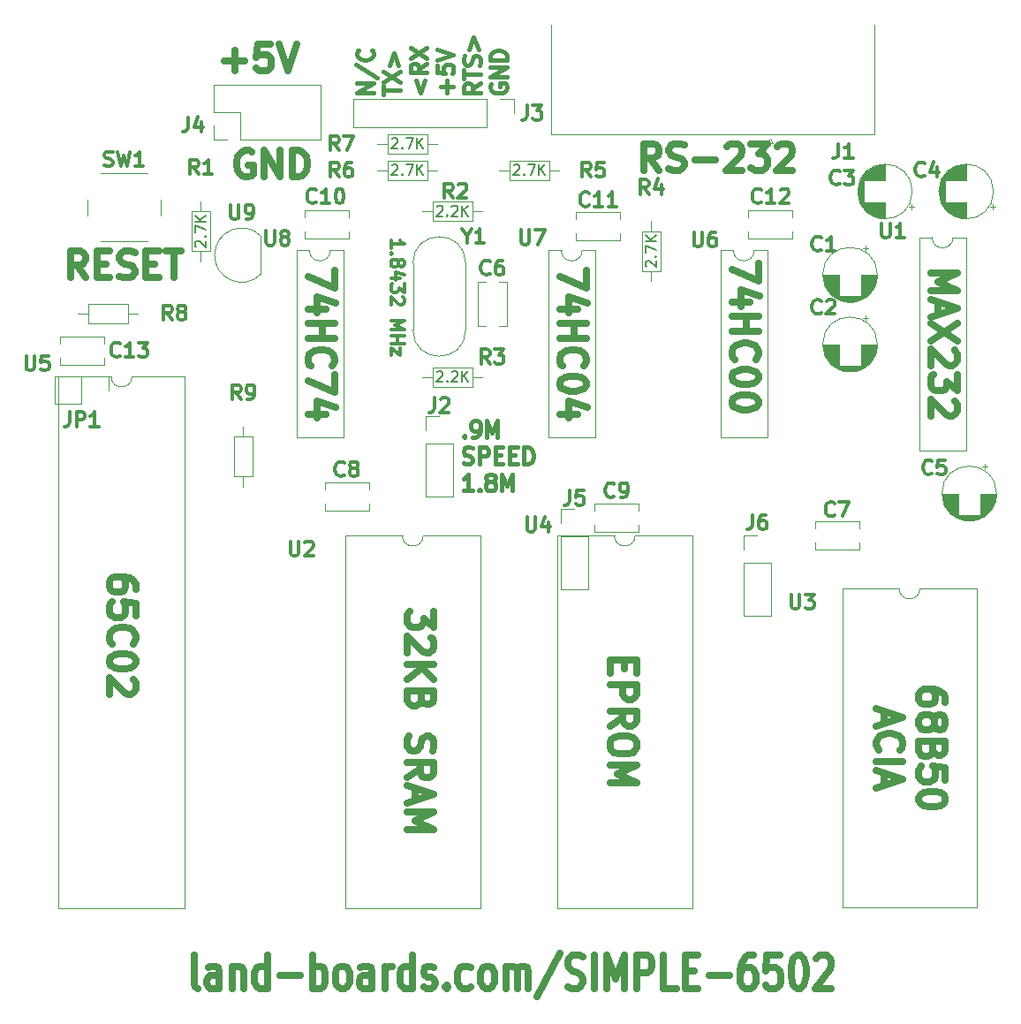
<source format=gto>
G04 #@! TF.GenerationSoftware,KiCad,Pcbnew,(6.0.1)*
G04 #@! TF.CreationDate,2022-09-13T10:30:42-04:00*
G04 #@! TF.ProjectId,SIMPLE-6502,53494d50-4c45-42d3-9635-30322e6b6963,1*
G04 #@! TF.SameCoordinates,Original*
G04 #@! TF.FileFunction,Legend,Top*
G04 #@! TF.FilePolarity,Positive*
%FSLAX46Y46*%
G04 Gerber Fmt 4.6, Leading zero omitted, Abs format (unit mm)*
G04 Created by KiCad (PCBNEW (6.0.1)) date 2022-09-13 10:30:42*
%MOMM*%
%LPD*%
G01*
G04 APERTURE LIST*
%ADD10C,0.635000*%
%ADD11C,0.381000*%
%ADD12C,0.317500*%
%ADD13C,0.349250*%
%ADD14C,0.150000*%
%ADD15C,0.120000*%
G04 APERTURE END LIST*
D10*
X143628452Y-74005326D02*
X143628452Y-75698660D01*
X141088452Y-74610088D01*
X142781785Y-77754850D02*
X141088452Y-77754850D01*
X143749404Y-77150088D02*
X141935119Y-76545326D01*
X141935119Y-78117707D01*
X141088452Y-79085326D02*
X143628452Y-79085326D01*
X142418928Y-79085326D02*
X142418928Y-80536755D01*
X141088452Y-80536755D02*
X143628452Y-80536755D01*
X141330357Y-83197707D02*
X141209404Y-83076755D01*
X141088452Y-82713898D01*
X141088452Y-82471993D01*
X141209404Y-82109136D01*
X141451309Y-81867231D01*
X141693214Y-81746279D01*
X142177023Y-81625326D01*
X142539880Y-81625326D01*
X143023690Y-81746279D01*
X143265595Y-81867231D01*
X143507500Y-82109136D01*
X143628452Y-82471993D01*
X143628452Y-82713898D01*
X143507500Y-83076755D01*
X143386547Y-83197707D01*
X143628452Y-84770088D02*
X143628452Y-85011993D01*
X143507500Y-85253898D01*
X143386547Y-85374850D01*
X143144642Y-85495802D01*
X142660833Y-85616755D01*
X142056071Y-85616755D01*
X141572261Y-85495802D01*
X141330357Y-85374850D01*
X141209404Y-85253898D01*
X141088452Y-85011993D01*
X141088452Y-84770088D01*
X141209404Y-84528183D01*
X141330357Y-84407231D01*
X141572261Y-84286279D01*
X142056071Y-84165326D01*
X142660833Y-84165326D01*
X143144642Y-84286279D01*
X143386547Y-84407231D01*
X143507500Y-84528183D01*
X143628452Y-84770088D01*
X142781785Y-87793898D02*
X141088452Y-87793898D01*
X143749404Y-87189136D02*
X141935119Y-86584374D01*
X141935119Y-88156755D01*
X106405357Y-142842350D02*
X106163452Y-142691160D01*
X106042500Y-142388779D01*
X106042500Y-139667350D01*
X108461547Y-142842350D02*
X108461547Y-141179255D01*
X108340595Y-140876874D01*
X108098690Y-140725683D01*
X107614880Y-140725683D01*
X107372976Y-140876874D01*
X108461547Y-142691160D02*
X108219642Y-142842350D01*
X107614880Y-142842350D01*
X107372976Y-142691160D01*
X107252023Y-142388779D01*
X107252023Y-142086398D01*
X107372976Y-141784017D01*
X107614880Y-141632826D01*
X108219642Y-141632826D01*
X108461547Y-141481636D01*
X109671071Y-140725683D02*
X109671071Y-142842350D01*
X109671071Y-141028064D02*
X109792023Y-140876874D01*
X110033928Y-140725683D01*
X110396785Y-140725683D01*
X110638690Y-140876874D01*
X110759642Y-141179255D01*
X110759642Y-142842350D01*
X113057738Y-142842350D02*
X113057738Y-139667350D01*
X113057738Y-142691160D02*
X112815833Y-142842350D01*
X112332023Y-142842350D01*
X112090119Y-142691160D01*
X111969166Y-142539969D01*
X111848214Y-142237588D01*
X111848214Y-141330445D01*
X111969166Y-141028064D01*
X112090119Y-140876874D01*
X112332023Y-140725683D01*
X112815833Y-140725683D01*
X113057738Y-140876874D01*
X114267261Y-141632826D02*
X116202500Y-141632826D01*
X117412023Y-142842350D02*
X117412023Y-139667350D01*
X117412023Y-140876874D02*
X117653928Y-140725683D01*
X118137738Y-140725683D01*
X118379642Y-140876874D01*
X118500595Y-141028064D01*
X118621547Y-141330445D01*
X118621547Y-142237588D01*
X118500595Y-142539969D01*
X118379642Y-142691160D01*
X118137738Y-142842350D01*
X117653928Y-142842350D01*
X117412023Y-142691160D01*
X120072976Y-142842350D02*
X119831071Y-142691160D01*
X119710119Y-142539969D01*
X119589166Y-142237588D01*
X119589166Y-141330445D01*
X119710119Y-141028064D01*
X119831071Y-140876874D01*
X120072976Y-140725683D01*
X120435833Y-140725683D01*
X120677738Y-140876874D01*
X120798690Y-141028064D01*
X120919642Y-141330445D01*
X120919642Y-142237588D01*
X120798690Y-142539969D01*
X120677738Y-142691160D01*
X120435833Y-142842350D01*
X120072976Y-142842350D01*
X123096785Y-142842350D02*
X123096785Y-141179255D01*
X122975833Y-140876874D01*
X122733928Y-140725683D01*
X122250119Y-140725683D01*
X122008214Y-140876874D01*
X123096785Y-142691160D02*
X122854880Y-142842350D01*
X122250119Y-142842350D01*
X122008214Y-142691160D01*
X121887261Y-142388779D01*
X121887261Y-142086398D01*
X122008214Y-141784017D01*
X122250119Y-141632826D01*
X122854880Y-141632826D01*
X123096785Y-141481636D01*
X124306309Y-142842350D02*
X124306309Y-140725683D01*
X124306309Y-141330445D02*
X124427261Y-141028064D01*
X124548214Y-140876874D01*
X124790119Y-140725683D01*
X125032023Y-140725683D01*
X126967261Y-142842350D02*
X126967261Y-139667350D01*
X126967261Y-142691160D02*
X126725357Y-142842350D01*
X126241547Y-142842350D01*
X125999642Y-142691160D01*
X125878690Y-142539969D01*
X125757738Y-142237588D01*
X125757738Y-141330445D01*
X125878690Y-141028064D01*
X125999642Y-140876874D01*
X126241547Y-140725683D01*
X126725357Y-140725683D01*
X126967261Y-140876874D01*
X128055833Y-142691160D02*
X128297738Y-142842350D01*
X128781547Y-142842350D01*
X129023452Y-142691160D01*
X129144404Y-142388779D01*
X129144404Y-142237588D01*
X129023452Y-141935207D01*
X128781547Y-141784017D01*
X128418690Y-141784017D01*
X128176785Y-141632826D01*
X128055833Y-141330445D01*
X128055833Y-141179255D01*
X128176785Y-140876874D01*
X128418690Y-140725683D01*
X128781547Y-140725683D01*
X129023452Y-140876874D01*
X130232976Y-142539969D02*
X130353928Y-142691160D01*
X130232976Y-142842350D01*
X130112023Y-142691160D01*
X130232976Y-142539969D01*
X130232976Y-142842350D01*
X132531071Y-142691160D02*
X132289166Y-142842350D01*
X131805357Y-142842350D01*
X131563452Y-142691160D01*
X131442500Y-142539969D01*
X131321547Y-142237588D01*
X131321547Y-141330445D01*
X131442500Y-141028064D01*
X131563452Y-140876874D01*
X131805357Y-140725683D01*
X132289166Y-140725683D01*
X132531071Y-140876874D01*
X133982500Y-142842350D02*
X133740595Y-142691160D01*
X133619642Y-142539969D01*
X133498690Y-142237588D01*
X133498690Y-141330445D01*
X133619642Y-141028064D01*
X133740595Y-140876874D01*
X133982500Y-140725683D01*
X134345357Y-140725683D01*
X134587261Y-140876874D01*
X134708214Y-141028064D01*
X134829166Y-141330445D01*
X134829166Y-142237588D01*
X134708214Y-142539969D01*
X134587261Y-142691160D01*
X134345357Y-142842350D01*
X133982500Y-142842350D01*
X135917738Y-142842350D02*
X135917738Y-140725683D01*
X135917738Y-141028064D02*
X136038690Y-140876874D01*
X136280595Y-140725683D01*
X136643452Y-140725683D01*
X136885357Y-140876874D01*
X137006309Y-141179255D01*
X137006309Y-142842350D01*
X137006309Y-141179255D02*
X137127261Y-140876874D01*
X137369166Y-140725683D01*
X137732023Y-140725683D01*
X137973928Y-140876874D01*
X138094880Y-141179255D01*
X138094880Y-142842350D01*
X141118690Y-139516160D02*
X138941547Y-143598302D01*
X141844404Y-142691160D02*
X142207261Y-142842350D01*
X142812023Y-142842350D01*
X143053928Y-142691160D01*
X143174880Y-142539969D01*
X143295833Y-142237588D01*
X143295833Y-141935207D01*
X143174880Y-141632826D01*
X143053928Y-141481636D01*
X142812023Y-141330445D01*
X142328214Y-141179255D01*
X142086309Y-141028064D01*
X141965357Y-140876874D01*
X141844404Y-140574493D01*
X141844404Y-140272112D01*
X141965357Y-139969731D01*
X142086309Y-139818541D01*
X142328214Y-139667350D01*
X142932976Y-139667350D01*
X143295833Y-139818541D01*
X144384404Y-142842350D02*
X144384404Y-139667350D01*
X145593928Y-142842350D02*
X145593928Y-139667350D01*
X146440595Y-141935207D01*
X147287261Y-139667350D01*
X147287261Y-142842350D01*
X148496785Y-142842350D02*
X148496785Y-139667350D01*
X149464404Y-139667350D01*
X149706309Y-139818541D01*
X149827261Y-139969731D01*
X149948214Y-140272112D01*
X149948214Y-140725683D01*
X149827261Y-141028064D01*
X149706309Y-141179255D01*
X149464404Y-141330445D01*
X148496785Y-141330445D01*
X152246309Y-142842350D02*
X151036785Y-142842350D01*
X151036785Y-139667350D01*
X153092976Y-141179255D02*
X153939642Y-141179255D01*
X154302500Y-142842350D02*
X153092976Y-142842350D01*
X153092976Y-139667350D01*
X154302500Y-139667350D01*
X155391071Y-141632826D02*
X157326309Y-141632826D01*
X159624404Y-139667350D02*
X159140595Y-139667350D01*
X158898690Y-139818541D01*
X158777738Y-139969731D01*
X158535833Y-140423302D01*
X158414880Y-141028064D01*
X158414880Y-142237588D01*
X158535833Y-142539969D01*
X158656785Y-142691160D01*
X158898690Y-142842350D01*
X159382500Y-142842350D01*
X159624404Y-142691160D01*
X159745357Y-142539969D01*
X159866309Y-142237588D01*
X159866309Y-141481636D01*
X159745357Y-141179255D01*
X159624404Y-141028064D01*
X159382500Y-140876874D01*
X158898690Y-140876874D01*
X158656785Y-141028064D01*
X158535833Y-141179255D01*
X158414880Y-141481636D01*
X162164404Y-139667350D02*
X160954880Y-139667350D01*
X160833928Y-141179255D01*
X160954880Y-141028064D01*
X161196785Y-140876874D01*
X161801547Y-140876874D01*
X162043452Y-141028064D01*
X162164404Y-141179255D01*
X162285357Y-141481636D01*
X162285357Y-142237588D01*
X162164404Y-142539969D01*
X162043452Y-142691160D01*
X161801547Y-142842350D01*
X161196785Y-142842350D01*
X160954880Y-142691160D01*
X160833928Y-142539969D01*
X163857738Y-139667350D02*
X164099642Y-139667350D01*
X164341547Y-139818541D01*
X164462500Y-139969731D01*
X164583452Y-140272112D01*
X164704404Y-140876874D01*
X164704404Y-141632826D01*
X164583452Y-142237588D01*
X164462500Y-142539969D01*
X164341547Y-142691160D01*
X164099642Y-142842350D01*
X163857738Y-142842350D01*
X163615833Y-142691160D01*
X163494880Y-142539969D01*
X163373928Y-142237588D01*
X163252976Y-141632826D01*
X163252976Y-140876874D01*
X163373928Y-140272112D01*
X163494880Y-139969731D01*
X163615833Y-139818541D01*
X163857738Y-139667350D01*
X165672023Y-139969731D02*
X165792976Y-139818541D01*
X166034880Y-139667350D01*
X166639642Y-139667350D01*
X166881547Y-139818541D01*
X167002500Y-139969731D01*
X167123452Y-140272112D01*
X167123452Y-140574493D01*
X167002500Y-141028064D01*
X165551071Y-142842350D01*
X167123452Y-142842350D01*
X119498452Y-74005326D02*
X119498452Y-75698660D01*
X116958452Y-74610088D01*
X118651785Y-77754850D02*
X116958452Y-77754850D01*
X119619404Y-77150088D02*
X117805119Y-76545326D01*
X117805119Y-78117707D01*
X116958452Y-79085326D02*
X119498452Y-79085326D01*
X118288928Y-79085326D02*
X118288928Y-80536755D01*
X116958452Y-80536755D02*
X119498452Y-80536755D01*
X117200357Y-83197707D02*
X117079404Y-83076755D01*
X116958452Y-82713898D01*
X116958452Y-82471993D01*
X117079404Y-82109136D01*
X117321309Y-81867231D01*
X117563214Y-81746279D01*
X118047023Y-81625326D01*
X118409880Y-81625326D01*
X118893690Y-81746279D01*
X119135595Y-81867231D01*
X119377500Y-82109136D01*
X119498452Y-82471993D01*
X119498452Y-82713898D01*
X119377500Y-83076755D01*
X119256547Y-83197707D01*
X119498452Y-84044374D02*
X119498452Y-85737707D01*
X116958452Y-84649136D01*
X118651785Y-87793898D02*
X116958452Y-87793898D01*
X119619404Y-87189136D02*
X117805119Y-86584374D01*
X117805119Y-88156755D01*
X129023452Y-106692707D02*
X129023452Y-108265088D01*
X128055833Y-107418421D01*
X128055833Y-107781279D01*
X127934880Y-108023183D01*
X127813928Y-108144136D01*
X127572023Y-108265088D01*
X126967261Y-108265088D01*
X126725357Y-108144136D01*
X126604404Y-108023183D01*
X126483452Y-107781279D01*
X126483452Y-107055564D01*
X126604404Y-106813660D01*
X126725357Y-106692707D01*
X128781547Y-109232707D02*
X128902500Y-109353660D01*
X129023452Y-109595564D01*
X129023452Y-110200326D01*
X128902500Y-110442231D01*
X128781547Y-110563183D01*
X128539642Y-110684136D01*
X128297738Y-110684136D01*
X127934880Y-110563183D01*
X126483452Y-109111755D01*
X126483452Y-110684136D01*
X126483452Y-111772707D02*
X129023452Y-111772707D01*
X126483452Y-113224136D02*
X127934880Y-112135564D01*
X129023452Y-113224136D02*
X127572023Y-111772707D01*
X127813928Y-115159374D02*
X127692976Y-115522231D01*
X127572023Y-115643183D01*
X127330119Y-115764136D01*
X126967261Y-115764136D01*
X126725357Y-115643183D01*
X126604404Y-115522231D01*
X126483452Y-115280326D01*
X126483452Y-114312707D01*
X129023452Y-114312707D01*
X129023452Y-115159374D01*
X128902500Y-115401279D01*
X128781547Y-115522231D01*
X128539642Y-115643183D01*
X128297738Y-115643183D01*
X128055833Y-115522231D01*
X127934880Y-115401279D01*
X127813928Y-115159374D01*
X127813928Y-114312707D01*
X126604404Y-118666993D02*
X126483452Y-119029850D01*
X126483452Y-119634612D01*
X126604404Y-119876517D01*
X126725357Y-119997469D01*
X126967261Y-120118421D01*
X127209166Y-120118421D01*
X127451071Y-119997469D01*
X127572023Y-119876517D01*
X127692976Y-119634612D01*
X127813928Y-119150802D01*
X127934880Y-118908898D01*
X128055833Y-118787945D01*
X128297738Y-118666993D01*
X128539642Y-118666993D01*
X128781547Y-118787945D01*
X128902500Y-118908898D01*
X129023452Y-119150802D01*
X129023452Y-119755564D01*
X128902500Y-120118421D01*
X126483452Y-122658421D02*
X127692976Y-121811755D01*
X126483452Y-121206993D02*
X129023452Y-121206993D01*
X129023452Y-122174612D01*
X128902500Y-122416517D01*
X128781547Y-122537469D01*
X128539642Y-122658421D01*
X128176785Y-122658421D01*
X127934880Y-122537469D01*
X127813928Y-122416517D01*
X127692976Y-122174612D01*
X127692976Y-121206993D01*
X127209166Y-123626041D02*
X127209166Y-124835564D01*
X126483452Y-123384136D02*
X129023452Y-124230802D01*
X126483452Y-125077469D01*
X126483452Y-125924136D02*
X129023452Y-125924136D01*
X127209166Y-126770802D01*
X129023452Y-127617469D01*
X126483452Y-127617469D01*
D11*
X131926007Y-89887130D02*
X131998578Y-89962725D01*
X131926007Y-90038320D01*
X131853435Y-89962725D01*
X131926007Y-89887130D01*
X131926007Y-90038320D01*
X132724292Y-90038320D02*
X133014578Y-90038320D01*
X133159721Y-89962725D01*
X133232292Y-89887130D01*
X133377435Y-89660344D01*
X133450007Y-89357963D01*
X133450007Y-88753201D01*
X133377435Y-88602011D01*
X133304864Y-88526416D01*
X133159721Y-88450820D01*
X132869435Y-88450820D01*
X132724292Y-88526416D01*
X132651721Y-88602011D01*
X132579150Y-88753201D01*
X132579150Y-89131177D01*
X132651721Y-89282368D01*
X132724292Y-89357963D01*
X132869435Y-89433558D01*
X133159721Y-89433558D01*
X133304864Y-89357963D01*
X133377435Y-89282368D01*
X133450007Y-89131177D01*
X134103150Y-90038320D02*
X134103150Y-88450820D01*
X134611150Y-89584749D01*
X135119150Y-88450820D01*
X135119150Y-90038320D01*
X131853435Y-92518600D02*
X132071150Y-92594195D01*
X132434007Y-92594195D01*
X132579150Y-92518600D01*
X132651721Y-92443005D01*
X132724292Y-92291814D01*
X132724292Y-92140624D01*
X132651721Y-91989433D01*
X132579150Y-91913838D01*
X132434007Y-91838243D01*
X132143721Y-91762648D01*
X131998578Y-91687052D01*
X131926007Y-91611457D01*
X131853435Y-91460267D01*
X131853435Y-91309076D01*
X131926007Y-91157886D01*
X131998578Y-91082291D01*
X132143721Y-91006695D01*
X132506578Y-91006695D01*
X132724292Y-91082291D01*
X133377435Y-92594195D02*
X133377435Y-91006695D01*
X133958007Y-91006695D01*
X134103150Y-91082291D01*
X134175721Y-91157886D01*
X134248292Y-91309076D01*
X134248292Y-91535862D01*
X134175721Y-91687052D01*
X134103150Y-91762648D01*
X133958007Y-91838243D01*
X133377435Y-91838243D01*
X134901435Y-91762648D02*
X135409435Y-91762648D01*
X135627150Y-92594195D02*
X134901435Y-92594195D01*
X134901435Y-91006695D01*
X135627150Y-91006695D01*
X136280292Y-91762648D02*
X136788292Y-91762648D01*
X137006007Y-92594195D02*
X136280292Y-92594195D01*
X136280292Y-91006695D01*
X137006007Y-91006695D01*
X137659150Y-92594195D02*
X137659150Y-91006695D01*
X138022007Y-91006695D01*
X138239721Y-91082291D01*
X138384864Y-91233481D01*
X138457435Y-91384671D01*
X138530007Y-91687052D01*
X138530007Y-91913838D01*
X138457435Y-92216219D01*
X138384864Y-92367410D01*
X138239721Y-92518600D01*
X138022007Y-92594195D01*
X137659150Y-92594195D01*
X132724292Y-95150070D02*
X131853435Y-95150070D01*
X132288864Y-95150070D02*
X132288864Y-93562570D01*
X132143721Y-93789356D01*
X131998578Y-93940546D01*
X131853435Y-94016142D01*
X133377435Y-94998880D02*
X133450007Y-95074475D01*
X133377435Y-95150070D01*
X133304864Y-95074475D01*
X133377435Y-94998880D01*
X133377435Y-95150070D01*
X134320864Y-94242927D02*
X134175721Y-94167332D01*
X134103150Y-94091737D01*
X134030578Y-93940546D01*
X134030578Y-93864951D01*
X134103150Y-93713761D01*
X134175721Y-93638166D01*
X134320864Y-93562570D01*
X134611150Y-93562570D01*
X134756292Y-93638166D01*
X134828864Y-93713761D01*
X134901435Y-93864951D01*
X134901435Y-93940546D01*
X134828864Y-94091737D01*
X134756292Y-94167332D01*
X134611150Y-94242927D01*
X134320864Y-94242927D01*
X134175721Y-94318523D01*
X134103150Y-94394118D01*
X134030578Y-94545308D01*
X134030578Y-94847689D01*
X134103150Y-94998880D01*
X134175721Y-95074475D01*
X134320864Y-95150070D01*
X134611150Y-95150070D01*
X134756292Y-95074475D01*
X134828864Y-94998880D01*
X134901435Y-94847689D01*
X134901435Y-94545308D01*
X134828864Y-94394118D01*
X134756292Y-94318523D01*
X134611150Y-94242927D01*
X135554578Y-95150070D02*
X135554578Y-93562570D01*
X136062578Y-94696499D01*
X136570578Y-93562570D01*
X136570578Y-95150070D01*
D12*
X124898976Y-71888660D02*
X124898976Y-71162945D01*
X124898976Y-71525802D02*
X126168976Y-71525802D01*
X125987547Y-71404850D01*
X125866595Y-71283898D01*
X125806119Y-71162945D01*
X125019928Y-72432945D02*
X124959452Y-72493421D01*
X124898976Y-72432945D01*
X124959452Y-72372469D01*
X125019928Y-72432945D01*
X124898976Y-72432945D01*
X125624690Y-73219136D02*
X125685166Y-73098183D01*
X125745642Y-73037707D01*
X125866595Y-72977231D01*
X125927071Y-72977231D01*
X126048023Y-73037707D01*
X126108500Y-73098183D01*
X126168976Y-73219136D01*
X126168976Y-73461041D01*
X126108500Y-73581993D01*
X126048023Y-73642469D01*
X125927071Y-73702945D01*
X125866595Y-73702945D01*
X125745642Y-73642469D01*
X125685166Y-73581993D01*
X125624690Y-73461041D01*
X125624690Y-73219136D01*
X125564214Y-73098183D01*
X125503738Y-73037707D01*
X125382785Y-72977231D01*
X125140880Y-72977231D01*
X125019928Y-73037707D01*
X124959452Y-73098183D01*
X124898976Y-73219136D01*
X124898976Y-73461041D01*
X124959452Y-73581993D01*
X125019928Y-73642469D01*
X125140880Y-73702945D01*
X125382785Y-73702945D01*
X125503738Y-73642469D01*
X125564214Y-73581993D01*
X125624690Y-73461041D01*
X125745642Y-74791517D02*
X124898976Y-74791517D01*
X126229452Y-74489136D02*
X125322309Y-74186755D01*
X125322309Y-74972945D01*
X126168976Y-75335802D02*
X126168976Y-76121993D01*
X125685166Y-75698660D01*
X125685166Y-75880088D01*
X125624690Y-76001041D01*
X125564214Y-76061517D01*
X125443261Y-76121993D01*
X125140880Y-76121993D01*
X125019928Y-76061517D01*
X124959452Y-76001041D01*
X124898976Y-75880088D01*
X124898976Y-75517231D01*
X124959452Y-75396279D01*
X125019928Y-75335802D01*
X126048023Y-76605802D02*
X126108500Y-76666279D01*
X126168976Y-76787231D01*
X126168976Y-77089612D01*
X126108500Y-77210564D01*
X126048023Y-77271041D01*
X125927071Y-77331517D01*
X125806119Y-77331517D01*
X125624690Y-77271041D01*
X124898976Y-76545326D01*
X124898976Y-77331517D01*
X124898976Y-78843421D02*
X126168976Y-78843421D01*
X125261833Y-79266755D01*
X126168976Y-79690088D01*
X124898976Y-79690088D01*
X124898976Y-80294850D02*
X126168976Y-80294850D01*
X125564214Y-80294850D02*
X125564214Y-81020564D01*
X124898976Y-81020564D02*
X126168976Y-81020564D01*
X125745642Y-81504374D02*
X125745642Y-82169612D01*
X124898976Y-81504374D01*
X124898976Y-82169612D01*
D10*
X150583214Y-64450088D02*
X149736547Y-63240564D01*
X149131785Y-64450088D02*
X149131785Y-61910088D01*
X150099404Y-61910088D01*
X150341309Y-62031041D01*
X150462261Y-62151993D01*
X150583214Y-62393898D01*
X150583214Y-62756755D01*
X150462261Y-62998660D01*
X150341309Y-63119612D01*
X150099404Y-63240564D01*
X149131785Y-63240564D01*
X151550833Y-64329136D02*
X151913690Y-64450088D01*
X152518452Y-64450088D01*
X152760357Y-64329136D01*
X152881309Y-64208183D01*
X153002261Y-63966279D01*
X153002261Y-63724374D01*
X152881309Y-63482469D01*
X152760357Y-63361517D01*
X152518452Y-63240564D01*
X152034642Y-63119612D01*
X151792738Y-62998660D01*
X151671785Y-62877707D01*
X151550833Y-62635802D01*
X151550833Y-62393898D01*
X151671785Y-62151993D01*
X151792738Y-62031041D01*
X152034642Y-61910088D01*
X152639404Y-61910088D01*
X153002261Y-62031041D01*
X154090833Y-63482469D02*
X156026071Y-63482469D01*
X157114642Y-62151993D02*
X157235595Y-62031041D01*
X157477500Y-61910088D01*
X158082261Y-61910088D01*
X158324166Y-62031041D01*
X158445119Y-62151993D01*
X158566071Y-62393898D01*
X158566071Y-62635802D01*
X158445119Y-62998660D01*
X156993690Y-64450088D01*
X158566071Y-64450088D01*
X159412738Y-61910088D02*
X160985119Y-61910088D01*
X160138452Y-62877707D01*
X160501309Y-62877707D01*
X160743214Y-62998660D01*
X160864166Y-63119612D01*
X160985119Y-63361517D01*
X160985119Y-63966279D01*
X160864166Y-64208183D01*
X160743214Y-64329136D01*
X160501309Y-64450088D01*
X159775595Y-64450088D01*
X159533690Y-64329136D01*
X159412738Y-64208183D01*
X161952738Y-62151993D02*
X162073690Y-62031041D01*
X162315595Y-61910088D01*
X162920357Y-61910088D01*
X163162261Y-62031041D01*
X163283214Y-62151993D01*
X163404166Y-62393898D01*
X163404166Y-62635802D01*
X163283214Y-62998660D01*
X161831785Y-64450088D01*
X163404166Y-64450088D01*
X111565488Y-62666041D02*
X111323583Y-62545088D01*
X110960726Y-62545088D01*
X110597869Y-62666041D01*
X110355964Y-62907945D01*
X110235011Y-63149850D01*
X110114059Y-63633660D01*
X110114059Y-63996517D01*
X110235011Y-64480326D01*
X110355964Y-64722231D01*
X110597869Y-64964136D01*
X110960726Y-65085088D01*
X111202630Y-65085088D01*
X111565488Y-64964136D01*
X111686440Y-64843183D01*
X111686440Y-63996517D01*
X111202630Y-63996517D01*
X112775011Y-65085088D02*
X112775011Y-62545088D01*
X114226440Y-65085088D01*
X114226440Y-62545088D01*
X115435964Y-65085088D02*
X115435964Y-62545088D01*
X116040726Y-62545088D01*
X116403583Y-62666041D01*
X116645488Y-62907945D01*
X116766440Y-63149850D01*
X116887392Y-63633660D01*
X116887392Y-63996517D01*
X116766440Y-64480326D01*
X116645488Y-64722231D01*
X116403583Y-64964136D01*
X116040726Y-65085088D01*
X115435964Y-65085088D01*
X147244928Y-111409850D02*
X147244928Y-112256517D01*
X145914452Y-112619374D02*
X145914452Y-111409850D01*
X148454452Y-111409850D01*
X148454452Y-112619374D01*
X145914452Y-113707945D02*
X148454452Y-113707945D01*
X148454452Y-114675564D01*
X148333500Y-114917469D01*
X148212547Y-115038421D01*
X147970642Y-115159374D01*
X147607785Y-115159374D01*
X147365880Y-115038421D01*
X147244928Y-114917469D01*
X147123976Y-114675564D01*
X147123976Y-113707945D01*
X145914452Y-117699374D02*
X147123976Y-116852707D01*
X145914452Y-116247945D02*
X148454452Y-116247945D01*
X148454452Y-117215564D01*
X148333500Y-117457469D01*
X148212547Y-117578421D01*
X147970642Y-117699374D01*
X147607785Y-117699374D01*
X147365880Y-117578421D01*
X147244928Y-117457469D01*
X147123976Y-117215564D01*
X147123976Y-116247945D01*
X148454452Y-119271755D02*
X148454452Y-119755564D01*
X148333500Y-119997469D01*
X148091595Y-120239374D01*
X147607785Y-120360326D01*
X146761119Y-120360326D01*
X146277309Y-120239374D01*
X146035404Y-119997469D01*
X145914452Y-119755564D01*
X145914452Y-119271755D01*
X146035404Y-119029850D01*
X146277309Y-118787945D01*
X146761119Y-118666993D01*
X147607785Y-118666993D01*
X148091595Y-118787945D01*
X148333500Y-119029850D01*
X148454452Y-119271755D01*
X145914452Y-121448898D02*
X148454452Y-121448898D01*
X146640166Y-122295564D01*
X148454452Y-123142231D01*
X145914452Y-123142231D01*
X176648452Y-74307707D02*
X179188452Y-74307707D01*
X177374166Y-75154374D01*
X179188452Y-76001041D01*
X176648452Y-76001041D01*
X177374166Y-77089612D02*
X177374166Y-78299136D01*
X176648452Y-76847707D02*
X179188452Y-77694374D01*
X176648452Y-78541041D01*
X179188452Y-79145802D02*
X176648452Y-80839136D01*
X179188452Y-80839136D02*
X176648452Y-79145802D01*
X178946547Y-81685802D02*
X179067500Y-81806755D01*
X179188452Y-82048660D01*
X179188452Y-82653421D01*
X179067500Y-82895326D01*
X178946547Y-83016279D01*
X178704642Y-83137231D01*
X178462738Y-83137231D01*
X178099880Y-83016279D01*
X176648452Y-81564850D01*
X176648452Y-83137231D01*
X179188452Y-83983898D02*
X179188452Y-85556279D01*
X178220833Y-84709612D01*
X178220833Y-85072469D01*
X178099880Y-85314374D01*
X177978928Y-85435326D01*
X177737023Y-85556279D01*
X177132261Y-85556279D01*
X176890357Y-85435326D01*
X176769404Y-85314374D01*
X176648452Y-85072469D01*
X176648452Y-84346755D01*
X176769404Y-84104850D01*
X176890357Y-83983898D01*
X178946547Y-86523898D02*
X179067500Y-86644850D01*
X179188452Y-86886755D01*
X179188452Y-87491517D01*
X179067500Y-87733421D01*
X178946547Y-87854374D01*
X178704642Y-87975326D01*
X178462738Y-87975326D01*
X178099880Y-87854374D01*
X176648452Y-86402945D01*
X176648452Y-87975326D01*
X108965011Y-53957469D02*
X110900250Y-53957469D01*
X109932630Y-54925088D02*
X109932630Y-52989850D01*
X113319297Y-52385088D02*
X112109773Y-52385088D01*
X111988821Y-53594612D01*
X112109773Y-53473660D01*
X112351678Y-53352707D01*
X112956440Y-53352707D01*
X113198345Y-53473660D01*
X113319297Y-53594612D01*
X113440250Y-53836517D01*
X113440250Y-54441279D01*
X113319297Y-54683183D01*
X113198345Y-54804136D01*
X112956440Y-54925088D01*
X112351678Y-54925088D01*
X112109773Y-54804136D01*
X111988821Y-54683183D01*
X114165964Y-52385088D02*
X115012630Y-54925088D01*
X115859297Y-52385088D01*
X178058152Y-115401279D02*
X178058152Y-114917469D01*
X177937200Y-114675564D01*
X177816247Y-114554612D01*
X177453390Y-114312707D01*
X176969580Y-114191755D01*
X176001961Y-114191755D01*
X175760057Y-114312707D01*
X175639104Y-114433660D01*
X175518152Y-114675564D01*
X175518152Y-115159374D01*
X175639104Y-115401279D01*
X175760057Y-115522231D01*
X176001961Y-115643183D01*
X176606723Y-115643183D01*
X176848628Y-115522231D01*
X176969580Y-115401279D01*
X177090533Y-115159374D01*
X177090533Y-114675564D01*
X176969580Y-114433660D01*
X176848628Y-114312707D01*
X176606723Y-114191755D01*
X176969580Y-117094612D02*
X177090533Y-116852707D01*
X177211485Y-116731755D01*
X177453390Y-116610802D01*
X177574342Y-116610802D01*
X177816247Y-116731755D01*
X177937200Y-116852707D01*
X178058152Y-117094612D01*
X178058152Y-117578421D01*
X177937200Y-117820326D01*
X177816247Y-117941279D01*
X177574342Y-118062231D01*
X177453390Y-118062231D01*
X177211485Y-117941279D01*
X177090533Y-117820326D01*
X176969580Y-117578421D01*
X176969580Y-117094612D01*
X176848628Y-116852707D01*
X176727676Y-116731755D01*
X176485771Y-116610802D01*
X176001961Y-116610802D01*
X175760057Y-116731755D01*
X175639104Y-116852707D01*
X175518152Y-117094612D01*
X175518152Y-117578421D01*
X175639104Y-117820326D01*
X175760057Y-117941279D01*
X176001961Y-118062231D01*
X176485771Y-118062231D01*
X176727676Y-117941279D01*
X176848628Y-117820326D01*
X176969580Y-117578421D01*
X176848628Y-119997469D02*
X176727676Y-120360326D01*
X176606723Y-120481279D01*
X176364819Y-120602231D01*
X176001961Y-120602231D01*
X175760057Y-120481279D01*
X175639104Y-120360326D01*
X175518152Y-120118421D01*
X175518152Y-119150802D01*
X178058152Y-119150802D01*
X178058152Y-119997469D01*
X177937200Y-120239374D01*
X177816247Y-120360326D01*
X177574342Y-120481279D01*
X177332438Y-120481279D01*
X177090533Y-120360326D01*
X176969580Y-120239374D01*
X176848628Y-119997469D01*
X176848628Y-119150802D01*
X178058152Y-122900326D02*
X178058152Y-121690802D01*
X176848628Y-121569850D01*
X176969580Y-121690802D01*
X177090533Y-121932707D01*
X177090533Y-122537469D01*
X176969580Y-122779374D01*
X176848628Y-122900326D01*
X176606723Y-123021279D01*
X176001961Y-123021279D01*
X175760057Y-122900326D01*
X175639104Y-122779374D01*
X175518152Y-122537469D01*
X175518152Y-121932707D01*
X175639104Y-121690802D01*
X175760057Y-121569850D01*
X178058152Y-124593660D02*
X178058152Y-124835564D01*
X177937200Y-125077469D01*
X177816247Y-125198421D01*
X177574342Y-125319374D01*
X177090533Y-125440326D01*
X176485771Y-125440326D01*
X176001961Y-125319374D01*
X175760057Y-125198421D01*
X175639104Y-125077469D01*
X175518152Y-124835564D01*
X175518152Y-124593660D01*
X175639104Y-124351755D01*
X175760057Y-124230802D01*
X176001961Y-124109850D01*
X176485771Y-123988898D01*
X177090533Y-123988898D01*
X177574342Y-124109850D01*
X177816247Y-124230802D01*
X177937200Y-124351755D01*
X178058152Y-124593660D01*
X172154466Y-116247945D02*
X172154466Y-117457469D01*
X171428752Y-116006041D02*
X173968752Y-116852707D01*
X171428752Y-117699374D01*
X171670657Y-119997469D02*
X171549704Y-119876517D01*
X171428752Y-119513660D01*
X171428752Y-119271755D01*
X171549704Y-118908898D01*
X171791609Y-118666993D01*
X172033514Y-118546041D01*
X172517323Y-118425088D01*
X172880180Y-118425088D01*
X173363990Y-118546041D01*
X173605895Y-118666993D01*
X173847800Y-118908898D01*
X173968752Y-119271755D01*
X173968752Y-119513660D01*
X173847800Y-119876517D01*
X173726847Y-119997469D01*
X171428752Y-121086041D02*
X173968752Y-121086041D01*
X172154466Y-122174612D02*
X172154466Y-123384136D01*
X171428752Y-121932707D02*
X173968752Y-122779374D01*
X171428752Y-123626041D01*
X100448452Y-104606279D02*
X100448452Y-104122469D01*
X100327500Y-103880564D01*
X100206547Y-103759612D01*
X99843690Y-103517707D01*
X99359880Y-103396755D01*
X98392261Y-103396755D01*
X98150357Y-103517707D01*
X98029404Y-103638660D01*
X97908452Y-103880564D01*
X97908452Y-104364374D01*
X98029404Y-104606279D01*
X98150357Y-104727231D01*
X98392261Y-104848183D01*
X98997023Y-104848183D01*
X99238928Y-104727231D01*
X99359880Y-104606279D01*
X99480833Y-104364374D01*
X99480833Y-103880564D01*
X99359880Y-103638660D01*
X99238928Y-103517707D01*
X98997023Y-103396755D01*
X100448452Y-107146279D02*
X100448452Y-105936755D01*
X99238928Y-105815802D01*
X99359880Y-105936755D01*
X99480833Y-106178660D01*
X99480833Y-106783421D01*
X99359880Y-107025326D01*
X99238928Y-107146279D01*
X98997023Y-107267231D01*
X98392261Y-107267231D01*
X98150357Y-107146279D01*
X98029404Y-107025326D01*
X97908452Y-106783421D01*
X97908452Y-106178660D01*
X98029404Y-105936755D01*
X98150357Y-105815802D01*
X98150357Y-109807231D02*
X98029404Y-109686279D01*
X97908452Y-109323421D01*
X97908452Y-109081517D01*
X98029404Y-108718660D01*
X98271309Y-108476755D01*
X98513214Y-108355802D01*
X98997023Y-108234850D01*
X99359880Y-108234850D01*
X99843690Y-108355802D01*
X100085595Y-108476755D01*
X100327500Y-108718660D01*
X100448452Y-109081517D01*
X100448452Y-109323421D01*
X100327500Y-109686279D01*
X100206547Y-109807231D01*
X100448452Y-111379612D02*
X100448452Y-111621517D01*
X100327500Y-111863421D01*
X100206547Y-111984374D01*
X99964642Y-112105326D01*
X99480833Y-112226279D01*
X98876071Y-112226279D01*
X98392261Y-112105326D01*
X98150357Y-111984374D01*
X98029404Y-111863421D01*
X97908452Y-111621517D01*
X97908452Y-111379612D01*
X98029404Y-111137707D01*
X98150357Y-111016755D01*
X98392261Y-110895802D01*
X98876071Y-110774850D01*
X99480833Y-110774850D01*
X99964642Y-110895802D01*
X100206547Y-111016755D01*
X100327500Y-111137707D01*
X100448452Y-111379612D01*
X100206547Y-113193898D02*
X100327500Y-113314850D01*
X100448452Y-113556755D01*
X100448452Y-114161517D01*
X100327500Y-114403421D01*
X100206547Y-114524374D01*
X99964642Y-114645326D01*
X99722738Y-114645326D01*
X99359880Y-114524374D01*
X97908452Y-113072945D01*
X97908452Y-114645326D01*
D11*
X123230967Y-56975533D02*
X121643467Y-56975533D01*
X123230967Y-56104676D01*
X121643467Y-56104676D01*
X121567872Y-54290391D02*
X123608943Y-55596676D01*
X123079777Y-52911533D02*
X123155372Y-52984105D01*
X123230967Y-53201819D01*
X123230967Y-53346962D01*
X123155372Y-53564676D01*
X123004182Y-53709819D01*
X122852991Y-53782391D01*
X122550610Y-53854962D01*
X122323824Y-53854962D01*
X122021443Y-53782391D01*
X121870253Y-53709819D01*
X121719063Y-53564676D01*
X121643467Y-53346962D01*
X121643467Y-53201819D01*
X121719063Y-52984105D01*
X121794658Y-52911533D01*
X124199342Y-57193248D02*
X124199342Y-56322391D01*
X125786842Y-56757819D02*
X124199342Y-56757819D01*
X124199342Y-55959533D02*
X125786842Y-54943533D01*
X124199342Y-54943533D02*
X125786842Y-55959533D01*
X124728509Y-54362962D02*
X125182080Y-53201819D01*
X125635652Y-54362962D01*
X127284384Y-55814391D02*
X127737955Y-56975533D01*
X128191527Y-55814391D01*
X128342717Y-54217819D02*
X127586765Y-54725819D01*
X128342717Y-55088676D02*
X126755217Y-55088676D01*
X126755217Y-54508105D01*
X126830813Y-54362962D01*
X126906408Y-54290391D01*
X127057598Y-54217819D01*
X127284384Y-54217819D01*
X127435574Y-54290391D01*
X127511170Y-54362962D01*
X127586765Y-54508105D01*
X127586765Y-55088676D01*
X126755217Y-53709819D02*
X128342717Y-52693819D01*
X126755217Y-52693819D02*
X128342717Y-53709819D01*
X130293830Y-56975533D02*
X130293830Y-55814391D01*
X130898592Y-56394962D02*
X129689068Y-56394962D01*
X129311092Y-54362962D02*
X129311092Y-55088676D01*
X130067045Y-55161248D01*
X129991449Y-55088676D01*
X129915854Y-54943533D01*
X129915854Y-54580676D01*
X129991449Y-54435533D01*
X130067045Y-54362962D01*
X130218235Y-54290391D01*
X130596211Y-54290391D01*
X130747402Y-54362962D01*
X130822997Y-54435533D01*
X130898592Y-54580676D01*
X130898592Y-54943533D01*
X130822997Y-55088676D01*
X130747402Y-55161248D01*
X129311092Y-53854962D02*
X130898592Y-53346962D01*
X129311092Y-52838962D01*
X133454467Y-56104676D02*
X132698515Y-56612676D01*
X133454467Y-56975533D02*
X131866967Y-56975533D01*
X131866967Y-56394962D01*
X131942563Y-56249819D01*
X132018158Y-56177248D01*
X132169348Y-56104676D01*
X132396134Y-56104676D01*
X132547324Y-56177248D01*
X132622920Y-56249819D01*
X132698515Y-56394962D01*
X132698515Y-56975533D01*
X131866967Y-55669248D02*
X131866967Y-54798391D01*
X133454467Y-55233819D02*
X131866967Y-55233819D01*
X133378872Y-54362962D02*
X133454467Y-54145248D01*
X133454467Y-53782391D01*
X133378872Y-53637248D01*
X133303277Y-53564676D01*
X133152086Y-53492105D01*
X133000896Y-53492105D01*
X132849705Y-53564676D01*
X132774110Y-53637248D01*
X132698515Y-53782391D01*
X132622920Y-54072676D01*
X132547324Y-54217819D01*
X132471729Y-54290391D01*
X132320539Y-54362962D01*
X132169348Y-54362962D01*
X132018158Y-54290391D01*
X131942563Y-54217819D01*
X131866967Y-54072676D01*
X131866967Y-53709819D01*
X131942563Y-53492105D01*
X132396134Y-52838962D02*
X132849705Y-51677819D01*
X133303277Y-52838962D01*
X134498438Y-56177248D02*
X134422842Y-56322391D01*
X134422842Y-56540105D01*
X134498438Y-56757819D01*
X134649628Y-56902962D01*
X134800818Y-56975533D01*
X135103199Y-57048105D01*
X135329985Y-57048105D01*
X135632366Y-56975533D01*
X135783557Y-56902962D01*
X135934747Y-56757819D01*
X136010342Y-56540105D01*
X136010342Y-56394962D01*
X135934747Y-56177248D01*
X135859152Y-56104676D01*
X135329985Y-56104676D01*
X135329985Y-56394962D01*
X136010342Y-55451533D02*
X134422842Y-55451533D01*
X136010342Y-54580676D01*
X134422842Y-54580676D01*
X136010342Y-53854962D02*
X134422842Y-53854962D01*
X134422842Y-53492105D01*
X134498438Y-53274391D01*
X134649628Y-53129248D01*
X134800818Y-53056676D01*
X135103199Y-52984105D01*
X135329985Y-52984105D01*
X135632366Y-53056676D01*
X135783557Y-53129248D01*
X135934747Y-53274391D01*
X136010342Y-53492105D01*
X136010342Y-53854962D01*
D10*
X160138452Y-73370326D02*
X160138452Y-75063660D01*
X157598452Y-73975088D01*
X159291785Y-77119850D02*
X157598452Y-77119850D01*
X160259404Y-76515088D02*
X158445119Y-75910326D01*
X158445119Y-77482707D01*
X157598452Y-78450326D02*
X160138452Y-78450326D01*
X158928928Y-78450326D02*
X158928928Y-79901755D01*
X157598452Y-79901755D02*
X160138452Y-79901755D01*
X157840357Y-82562707D02*
X157719404Y-82441755D01*
X157598452Y-82078898D01*
X157598452Y-81836993D01*
X157719404Y-81474136D01*
X157961309Y-81232231D01*
X158203214Y-81111279D01*
X158687023Y-80990326D01*
X159049880Y-80990326D01*
X159533690Y-81111279D01*
X159775595Y-81232231D01*
X160017500Y-81474136D01*
X160138452Y-81836993D01*
X160138452Y-82078898D01*
X160017500Y-82441755D01*
X159896547Y-82562707D01*
X160138452Y-84135088D02*
X160138452Y-84376993D01*
X160017500Y-84618898D01*
X159896547Y-84739850D01*
X159654642Y-84860802D01*
X159170833Y-84981755D01*
X158566071Y-84981755D01*
X158082261Y-84860802D01*
X157840357Y-84739850D01*
X157719404Y-84618898D01*
X157598452Y-84376993D01*
X157598452Y-84135088D01*
X157719404Y-83893183D01*
X157840357Y-83772231D01*
X158082261Y-83651279D01*
X158566071Y-83530326D01*
X159170833Y-83530326D01*
X159654642Y-83651279D01*
X159896547Y-83772231D01*
X160017500Y-83893183D01*
X160138452Y-84135088D01*
X160138452Y-86554136D02*
X160138452Y-86796041D01*
X160017500Y-87037945D01*
X159896547Y-87158898D01*
X159654642Y-87279850D01*
X159170833Y-87400802D01*
X158566071Y-87400802D01*
X158082261Y-87279850D01*
X157840357Y-87158898D01*
X157719404Y-87037945D01*
X157598452Y-86796041D01*
X157598452Y-86554136D01*
X157719404Y-86312231D01*
X157840357Y-86191279D01*
X158082261Y-86070326D01*
X158566071Y-85949374D01*
X159170833Y-85949374D01*
X159654642Y-86070326D01*
X159896547Y-86191279D01*
X160017500Y-86312231D01*
X160138452Y-86554136D01*
X95622452Y-74737088D02*
X94775785Y-73527564D01*
X94171023Y-74737088D02*
X94171023Y-72197088D01*
X95138642Y-72197088D01*
X95380547Y-72318041D01*
X95501500Y-72438993D01*
X95622452Y-72680898D01*
X95622452Y-73043755D01*
X95501500Y-73285660D01*
X95380547Y-73406612D01*
X95138642Y-73527564D01*
X94171023Y-73527564D01*
X96711023Y-73406612D02*
X97557690Y-73406612D01*
X97920547Y-74737088D02*
X96711023Y-74737088D01*
X96711023Y-72197088D01*
X97920547Y-72197088D01*
X98888166Y-74616136D02*
X99251023Y-74737088D01*
X99855785Y-74737088D01*
X100097690Y-74616136D01*
X100218642Y-74495183D01*
X100339595Y-74253279D01*
X100339595Y-74011374D01*
X100218642Y-73769469D01*
X100097690Y-73648517D01*
X99855785Y-73527564D01*
X99371976Y-73406612D01*
X99130071Y-73285660D01*
X99009119Y-73164707D01*
X98888166Y-72922802D01*
X98888166Y-72680898D01*
X99009119Y-72438993D01*
X99130071Y-72318041D01*
X99371976Y-72197088D01*
X99976738Y-72197088D01*
X100339595Y-72318041D01*
X101428166Y-73406612D02*
X102274833Y-73406612D01*
X102637690Y-74737088D02*
X101428166Y-74737088D01*
X101428166Y-72197088D01*
X102637690Y-72197088D01*
X103363404Y-72197088D02*
X104814833Y-72197088D01*
X104089119Y-74737088D02*
X104089119Y-72197088D01*
D13*
X167806833Y-61901017D02*
X167806833Y-62898874D01*
X167740309Y-63098445D01*
X167607261Y-63231493D01*
X167407690Y-63298017D01*
X167274642Y-63298017D01*
X169203833Y-63298017D02*
X168405547Y-63298017D01*
X168804690Y-63298017D02*
X168804690Y-61901017D01*
X168671642Y-62100588D01*
X168538595Y-62233636D01*
X168405547Y-62300160D01*
X171933119Y-69521017D02*
X171933119Y-70651921D01*
X171999642Y-70784969D01*
X172066166Y-70851493D01*
X172199214Y-70918017D01*
X172465309Y-70918017D01*
X172598357Y-70851493D01*
X172664880Y-70784969D01*
X172731404Y-70651921D01*
X172731404Y-69521017D01*
X174128404Y-70918017D02*
X173330119Y-70918017D01*
X173729261Y-70918017D02*
X173729261Y-69521017D01*
X173596214Y-69720588D01*
X173463166Y-69853636D01*
X173330119Y-69920160D01*
X120414666Y-93644969D02*
X120348142Y-93711493D01*
X120148571Y-93778017D01*
X120015523Y-93778017D01*
X119815952Y-93711493D01*
X119682904Y-93578445D01*
X119616380Y-93445398D01*
X119549857Y-93179302D01*
X119549857Y-92979731D01*
X119616380Y-92713636D01*
X119682904Y-92580588D01*
X119815952Y-92447541D01*
X120015523Y-92381017D01*
X120148571Y-92381017D01*
X120348142Y-92447541D01*
X120414666Y-92514064D01*
X121212952Y-92979731D02*
X121079904Y-92913207D01*
X121013380Y-92846683D01*
X120946857Y-92713636D01*
X120946857Y-92647112D01*
X121013380Y-92514064D01*
X121079904Y-92447541D01*
X121212952Y-92381017D01*
X121479047Y-92381017D01*
X121612095Y-92447541D01*
X121678619Y-92514064D01*
X121745142Y-92647112D01*
X121745142Y-92713636D01*
X121678619Y-92846683D01*
X121612095Y-92913207D01*
X121479047Y-92979731D01*
X121212952Y-92979731D01*
X121079904Y-93046255D01*
X121013380Y-93112779D01*
X120946857Y-93245826D01*
X120946857Y-93511921D01*
X121013380Y-93644969D01*
X121079904Y-93711493D01*
X121212952Y-93778017D01*
X121479047Y-93778017D01*
X121612095Y-93711493D01*
X121678619Y-93644969D01*
X121745142Y-93511921D01*
X121745142Y-93245826D01*
X121678619Y-93112779D01*
X121612095Y-93046255D01*
X121479047Y-92979731D01*
X134384666Y-82988017D02*
X133919000Y-82322779D01*
X133586380Y-82988017D02*
X133586380Y-81591017D01*
X134118571Y-81591017D01*
X134251619Y-81657541D01*
X134318142Y-81724064D01*
X134384666Y-81857112D01*
X134384666Y-82056683D01*
X134318142Y-82189731D01*
X134251619Y-82256255D01*
X134118571Y-82322779D01*
X133586380Y-82322779D01*
X134850333Y-81591017D02*
X135715142Y-81591017D01*
X135249476Y-82123207D01*
X135449047Y-82123207D01*
X135582095Y-82189731D01*
X135648619Y-82256255D01*
X135715142Y-82389302D01*
X135715142Y-82721921D01*
X135648619Y-82854969D01*
X135582095Y-82921493D01*
X135449047Y-82988017D01*
X135049904Y-82988017D01*
X134916857Y-82921493D01*
X134850333Y-82854969D01*
D14*
X129307500Y-83803660D02*
X129355119Y-83756041D01*
X129450357Y-83708421D01*
X129688452Y-83708421D01*
X129783690Y-83756041D01*
X129831309Y-83803660D01*
X129878928Y-83898898D01*
X129878928Y-83994136D01*
X129831309Y-84136993D01*
X129259880Y-84708421D01*
X129878928Y-84708421D01*
X130307500Y-84613183D02*
X130355119Y-84660802D01*
X130307500Y-84708421D01*
X130259880Y-84660802D01*
X130307500Y-84613183D01*
X130307500Y-84708421D01*
X130736071Y-83803660D02*
X130783690Y-83756041D01*
X130878928Y-83708421D01*
X131117023Y-83708421D01*
X131212261Y-83756041D01*
X131259880Y-83803660D01*
X131307500Y-83898898D01*
X131307500Y-83994136D01*
X131259880Y-84136993D01*
X130688452Y-84708421D01*
X131307500Y-84708421D01*
X131736071Y-84708421D02*
X131736071Y-83708421D01*
X132307500Y-84708421D02*
X131878928Y-84136993D01*
X132307500Y-83708421D02*
X131736071Y-84279850D01*
D13*
X106444666Y-64822017D02*
X105979000Y-64156779D01*
X105646380Y-64822017D02*
X105646380Y-63425017D01*
X106178571Y-63425017D01*
X106311619Y-63491541D01*
X106378142Y-63558064D01*
X106444666Y-63691112D01*
X106444666Y-63890683D01*
X106378142Y-64023731D01*
X106311619Y-64090255D01*
X106178571Y-64156779D01*
X105646380Y-64156779D01*
X107775142Y-64822017D02*
X106976857Y-64822017D01*
X107376000Y-64822017D02*
X107376000Y-63425017D01*
X107242952Y-63624588D01*
X107109904Y-63757636D01*
X106976857Y-63824160D01*
D14*
X106225119Y-71786041D02*
X106177500Y-71738421D01*
X106129880Y-71643183D01*
X106129880Y-71405088D01*
X106177500Y-71309850D01*
X106225119Y-71262231D01*
X106320357Y-71214612D01*
X106415595Y-71214612D01*
X106558452Y-71262231D01*
X107129880Y-71833660D01*
X107129880Y-71214612D01*
X107034642Y-70786041D02*
X107082261Y-70738421D01*
X107129880Y-70786041D01*
X107082261Y-70833660D01*
X107034642Y-70786041D01*
X107129880Y-70786041D01*
X106129880Y-70405088D02*
X106129880Y-69738421D01*
X107129880Y-70166993D01*
X107129880Y-69357469D02*
X106129880Y-69357469D01*
X107129880Y-68786041D02*
X106558452Y-69214612D01*
X106129880Y-68786041D02*
X106701309Y-69357469D01*
D13*
X98921428Y-82214969D02*
X98854904Y-82281493D01*
X98655333Y-82348017D01*
X98522285Y-82348017D01*
X98322714Y-82281493D01*
X98189666Y-82148445D01*
X98123142Y-82015398D01*
X98056619Y-81749302D01*
X98056619Y-81549731D01*
X98123142Y-81283636D01*
X98189666Y-81150588D01*
X98322714Y-81017541D01*
X98522285Y-80951017D01*
X98655333Y-80951017D01*
X98854904Y-81017541D01*
X98921428Y-81084064D01*
X100251904Y-82348017D02*
X99453619Y-82348017D01*
X99852761Y-82348017D02*
X99852761Y-80951017D01*
X99719714Y-81150588D01*
X99586666Y-81283636D01*
X99453619Y-81350160D01*
X100717571Y-80951017D02*
X101582380Y-80951017D01*
X101116714Y-81483207D01*
X101316285Y-81483207D01*
X101449333Y-81549731D01*
X101515857Y-81616255D01*
X101582380Y-81749302D01*
X101582380Y-82081921D01*
X101515857Y-82214969D01*
X101449333Y-82281493D01*
X101316285Y-82348017D01*
X100917142Y-82348017D01*
X100784095Y-82281493D01*
X100717571Y-82214969D01*
X110508666Y-86412017D02*
X110043000Y-85746779D01*
X109710380Y-86412017D02*
X109710380Y-85015017D01*
X110242571Y-85015017D01*
X110375619Y-85081541D01*
X110442142Y-85148064D01*
X110508666Y-85281112D01*
X110508666Y-85480683D01*
X110442142Y-85613731D01*
X110375619Y-85680255D01*
X110242571Y-85746779D01*
X109710380Y-85746779D01*
X111173904Y-86412017D02*
X111440000Y-86412017D01*
X111573047Y-86345493D01*
X111639571Y-86278969D01*
X111772619Y-86079398D01*
X111839142Y-85813302D01*
X111839142Y-85281112D01*
X111772619Y-85148064D01*
X111706095Y-85081541D01*
X111573047Y-85015017D01*
X111306952Y-85015017D01*
X111173904Y-85081541D01*
X111107380Y-85148064D01*
X111040857Y-85281112D01*
X111040857Y-85613731D01*
X111107380Y-85746779D01*
X111173904Y-85813302D01*
X111306952Y-85879826D01*
X111573047Y-85879826D01*
X111706095Y-85813302D01*
X111772619Y-85746779D01*
X111839142Y-85613731D01*
X149624666Y-66722017D02*
X149159000Y-66056779D01*
X148826380Y-66722017D02*
X148826380Y-65325017D01*
X149358571Y-65325017D01*
X149491619Y-65391541D01*
X149558142Y-65458064D01*
X149624666Y-65591112D01*
X149624666Y-65790683D01*
X149558142Y-65923731D01*
X149491619Y-65990255D01*
X149358571Y-66056779D01*
X148826380Y-66056779D01*
X150822095Y-65790683D02*
X150822095Y-66722017D01*
X150489476Y-65258493D02*
X150156857Y-66256350D01*
X151021666Y-66256350D01*
D14*
X149405119Y-73686041D02*
X149357500Y-73638421D01*
X149309880Y-73543183D01*
X149309880Y-73305088D01*
X149357500Y-73209850D01*
X149405119Y-73162231D01*
X149500357Y-73114612D01*
X149595595Y-73114612D01*
X149738452Y-73162231D01*
X150309880Y-73733660D01*
X150309880Y-73114612D01*
X150214642Y-72686041D02*
X150262261Y-72638421D01*
X150309880Y-72686041D01*
X150262261Y-72733660D01*
X150214642Y-72686041D01*
X150309880Y-72686041D01*
X149309880Y-72305088D02*
X149309880Y-71638421D01*
X150309880Y-72066993D01*
X150309880Y-71257469D02*
X149309880Y-71257469D01*
X150309880Y-70686041D02*
X149738452Y-71114612D01*
X149309880Y-70686041D02*
X149881309Y-71257469D01*
D13*
X117717428Y-67482969D02*
X117650904Y-67549493D01*
X117451333Y-67616017D01*
X117318285Y-67616017D01*
X117118714Y-67549493D01*
X116985666Y-67416445D01*
X116919142Y-67283398D01*
X116852619Y-67017302D01*
X116852619Y-66817731D01*
X116919142Y-66551636D01*
X116985666Y-66418588D01*
X117118714Y-66285541D01*
X117318285Y-66219017D01*
X117451333Y-66219017D01*
X117650904Y-66285541D01*
X117717428Y-66352064D01*
X119047904Y-67616017D02*
X118249619Y-67616017D01*
X118648761Y-67616017D02*
X118648761Y-66219017D01*
X118515714Y-66418588D01*
X118382666Y-66551636D01*
X118249619Y-66618160D01*
X119912714Y-66219017D02*
X120045761Y-66219017D01*
X120178809Y-66285541D01*
X120245333Y-66352064D01*
X120311857Y-66485112D01*
X120378380Y-66751207D01*
X120378380Y-67083826D01*
X120311857Y-67349921D01*
X120245333Y-67482969D01*
X120178809Y-67549493D01*
X120045761Y-67616017D01*
X119912714Y-67616017D01*
X119779666Y-67549493D01*
X119713142Y-67482969D01*
X119646619Y-67349921D01*
X119580095Y-67083826D01*
X119580095Y-66751207D01*
X119646619Y-66485112D01*
X119713142Y-66352064D01*
X119779666Y-66285541D01*
X119912714Y-66219017D01*
X109529119Y-67743017D02*
X109529119Y-68873921D01*
X109595642Y-69006969D01*
X109662166Y-69073493D01*
X109795214Y-69140017D01*
X110061309Y-69140017D01*
X110194357Y-69073493D01*
X110260880Y-69006969D01*
X110327404Y-68873921D01*
X110327404Y-67743017D01*
X111059166Y-69140017D02*
X111325261Y-69140017D01*
X111458309Y-69073493D01*
X111524833Y-69006969D01*
X111657880Y-68807398D01*
X111724404Y-68541302D01*
X111724404Y-68009112D01*
X111657880Y-67876064D01*
X111591357Y-67809541D01*
X111458309Y-67743017D01*
X111192214Y-67743017D01*
X111059166Y-67809541D01*
X110992642Y-67876064D01*
X110926119Y-68009112D01*
X110926119Y-68341731D01*
X110992642Y-68474779D01*
X111059166Y-68541302D01*
X111192214Y-68607826D01*
X111458309Y-68607826D01*
X111591357Y-68541302D01*
X111657880Y-68474779D01*
X111724404Y-68341731D01*
X144036666Y-65076017D02*
X143571000Y-64410779D01*
X143238380Y-65076017D02*
X143238380Y-63679017D01*
X143770571Y-63679017D01*
X143903619Y-63745541D01*
X143970142Y-63812064D01*
X144036666Y-63945112D01*
X144036666Y-64144683D01*
X143970142Y-64277731D01*
X143903619Y-64344255D01*
X143770571Y-64410779D01*
X143238380Y-64410779D01*
X145300619Y-63679017D02*
X144635380Y-63679017D01*
X144568857Y-64344255D01*
X144635380Y-64277731D01*
X144768428Y-64211207D01*
X145101047Y-64211207D01*
X145234095Y-64277731D01*
X145300619Y-64344255D01*
X145367142Y-64477302D01*
X145367142Y-64809921D01*
X145300619Y-64942969D01*
X145234095Y-65009493D01*
X145101047Y-65076017D01*
X144768428Y-65076017D01*
X144635380Y-65009493D01*
X144568857Y-64942969D01*
D14*
X136673500Y-63991660D02*
X136721119Y-63944041D01*
X136816357Y-63896421D01*
X137054452Y-63896421D01*
X137149690Y-63944041D01*
X137197309Y-63991660D01*
X137244928Y-64086898D01*
X137244928Y-64182136D01*
X137197309Y-64324993D01*
X136625880Y-64896421D01*
X137244928Y-64896421D01*
X137673500Y-64801183D02*
X137721119Y-64848802D01*
X137673500Y-64896421D01*
X137625880Y-64848802D01*
X137673500Y-64801183D01*
X137673500Y-64896421D01*
X138054452Y-63896421D02*
X138721119Y-63896421D01*
X138292547Y-64896421D01*
X139102071Y-64896421D02*
X139102071Y-63896421D01*
X139673500Y-64896421D02*
X139244928Y-64324993D01*
X139673500Y-63896421D02*
X139102071Y-64467850D01*
D13*
X89933119Y-82211017D02*
X89933119Y-83341921D01*
X89999642Y-83474969D01*
X90066166Y-83541493D01*
X90199214Y-83608017D01*
X90465309Y-83608017D01*
X90598357Y-83541493D01*
X90664880Y-83474969D01*
X90731404Y-83341921D01*
X90731404Y-82211017D01*
X92061880Y-82211017D02*
X91396642Y-82211017D01*
X91330119Y-82876255D01*
X91396642Y-82809731D01*
X91529690Y-82743207D01*
X91862309Y-82743207D01*
X91995357Y-82809731D01*
X92061880Y-82876255D01*
X92128404Y-83009302D01*
X92128404Y-83341921D01*
X92061880Y-83474969D01*
X91995357Y-83541493D01*
X91862309Y-83608017D01*
X91529690Y-83608017D01*
X91396642Y-83541493D01*
X91330119Y-83474969D01*
X105449833Y-59361017D02*
X105449833Y-60358874D01*
X105383309Y-60558445D01*
X105250261Y-60691493D01*
X105050690Y-60758017D01*
X104917642Y-60758017D01*
X106713785Y-59826683D02*
X106713785Y-60758017D01*
X106381166Y-59294493D02*
X106048547Y-60292350D01*
X106913357Y-60292350D01*
X146302666Y-95676969D02*
X146236142Y-95743493D01*
X146036571Y-95810017D01*
X145903523Y-95810017D01*
X145703952Y-95743493D01*
X145570904Y-95610445D01*
X145504380Y-95477398D01*
X145437857Y-95211302D01*
X145437857Y-95011731D01*
X145504380Y-94745636D01*
X145570904Y-94612588D01*
X145703952Y-94479541D01*
X145903523Y-94413017D01*
X146036571Y-94413017D01*
X146236142Y-94479541D01*
X146302666Y-94546064D01*
X146967904Y-95810017D02*
X147234000Y-95810017D01*
X147367047Y-95743493D01*
X147433571Y-95676969D01*
X147566619Y-95477398D01*
X147633142Y-95211302D01*
X147633142Y-94679112D01*
X147566619Y-94546064D01*
X147500095Y-94479541D01*
X147367047Y-94413017D01*
X147100952Y-94413017D01*
X146967904Y-94479541D01*
X146901380Y-94546064D01*
X146834857Y-94679112D01*
X146834857Y-95011731D01*
X146901380Y-95144779D01*
X146967904Y-95211302D01*
X147100952Y-95277826D01*
X147367047Y-95277826D01*
X147500095Y-95211302D01*
X147566619Y-95144779D01*
X147633142Y-95011731D01*
X115265119Y-100001017D02*
X115265119Y-101131921D01*
X115331642Y-101264969D01*
X115398166Y-101331493D01*
X115531214Y-101398017D01*
X115797309Y-101398017D01*
X115930357Y-101331493D01*
X115996880Y-101264969D01*
X116063404Y-101131921D01*
X116063404Y-100001017D01*
X116662119Y-100134064D02*
X116728642Y-100067541D01*
X116861690Y-100001017D01*
X117194309Y-100001017D01*
X117327357Y-100067541D01*
X117393880Y-100134064D01*
X117460404Y-100267112D01*
X117460404Y-100400160D01*
X117393880Y-100599731D01*
X116595595Y-101398017D01*
X117460404Y-101398017D01*
X166134666Y-72054969D02*
X166068142Y-72121493D01*
X165868571Y-72188017D01*
X165735523Y-72188017D01*
X165535952Y-72121493D01*
X165402904Y-71988445D01*
X165336380Y-71855398D01*
X165269857Y-71589302D01*
X165269857Y-71389731D01*
X165336380Y-71123636D01*
X165402904Y-70990588D01*
X165535952Y-70857541D01*
X165735523Y-70791017D01*
X165868571Y-70791017D01*
X166068142Y-70857541D01*
X166134666Y-70924064D01*
X167465142Y-72188017D02*
X166666857Y-72188017D01*
X167066000Y-72188017D02*
X167066000Y-70791017D01*
X166932952Y-70990588D01*
X166799904Y-71123636D01*
X166666857Y-71190160D01*
X134384666Y-74340969D02*
X134318142Y-74407493D01*
X134118571Y-74474017D01*
X133985523Y-74474017D01*
X133785952Y-74407493D01*
X133652904Y-74274445D01*
X133586380Y-74141398D01*
X133519857Y-73875302D01*
X133519857Y-73675731D01*
X133586380Y-73409636D01*
X133652904Y-73276588D01*
X133785952Y-73143541D01*
X133985523Y-73077017D01*
X134118571Y-73077017D01*
X134318142Y-73143541D01*
X134384666Y-73210064D01*
X135582095Y-73077017D02*
X135316000Y-73077017D01*
X135182952Y-73143541D01*
X135116428Y-73210064D01*
X134983380Y-73409636D01*
X134916857Y-73675731D01*
X134916857Y-74207921D01*
X134983380Y-74340969D01*
X135049904Y-74407493D01*
X135182952Y-74474017D01*
X135449047Y-74474017D01*
X135582095Y-74407493D01*
X135648619Y-74340969D01*
X135715142Y-74207921D01*
X135715142Y-73875302D01*
X135648619Y-73742255D01*
X135582095Y-73675731D01*
X135449047Y-73609207D01*
X135182952Y-73609207D01*
X135049904Y-73675731D01*
X134983380Y-73742255D01*
X134916857Y-73875302D01*
X163271119Y-105081017D02*
X163271119Y-106211921D01*
X163337642Y-106344969D01*
X163404166Y-106411493D01*
X163537214Y-106478017D01*
X163803309Y-106478017D01*
X163936357Y-106411493D01*
X164002880Y-106344969D01*
X164069404Y-106211921D01*
X164069404Y-105081017D01*
X164601595Y-105081017D02*
X165466404Y-105081017D01*
X165000738Y-105613207D01*
X165200309Y-105613207D01*
X165333357Y-105679731D01*
X165399880Y-105746255D01*
X165466404Y-105879302D01*
X165466404Y-106211921D01*
X165399880Y-106344969D01*
X165333357Y-106411493D01*
X165200309Y-106478017D01*
X164801166Y-106478017D01*
X164668119Y-106411493D01*
X164601595Y-106344969D01*
X166134666Y-78084857D02*
X166068142Y-78151381D01*
X165868571Y-78217905D01*
X165735523Y-78217905D01*
X165535952Y-78151381D01*
X165402904Y-78018333D01*
X165336380Y-77885286D01*
X165269857Y-77619190D01*
X165269857Y-77419619D01*
X165336380Y-77153524D01*
X165402904Y-77020476D01*
X165535952Y-76887429D01*
X165735523Y-76820905D01*
X165868571Y-76820905D01*
X166068142Y-76887429D01*
X166134666Y-76953952D01*
X166666857Y-76953952D02*
X166733380Y-76887429D01*
X166866428Y-76820905D01*
X167199047Y-76820905D01*
X167332095Y-76887429D01*
X167398619Y-76953952D01*
X167465142Y-77087000D01*
X167465142Y-77220048D01*
X167398619Y-77419619D01*
X166600333Y-78217905D01*
X167465142Y-78217905D01*
X160389428Y-67482969D02*
X160322904Y-67549493D01*
X160123333Y-67616017D01*
X159990285Y-67616017D01*
X159790714Y-67549493D01*
X159657666Y-67416445D01*
X159591142Y-67283398D01*
X159524619Y-67017302D01*
X159524619Y-66817731D01*
X159591142Y-66551636D01*
X159657666Y-66418588D01*
X159790714Y-66285541D01*
X159990285Y-66219017D01*
X160123333Y-66219017D01*
X160322904Y-66285541D01*
X160389428Y-66352064D01*
X161719904Y-67616017D02*
X160921619Y-67616017D01*
X161320761Y-67616017D02*
X161320761Y-66219017D01*
X161187714Y-66418588D01*
X161054666Y-66551636D01*
X160921619Y-66618160D01*
X162252095Y-66352064D02*
X162318619Y-66285541D01*
X162451666Y-66219017D01*
X162784285Y-66219017D01*
X162917333Y-66285541D01*
X162983857Y-66352064D01*
X163050380Y-66485112D01*
X163050380Y-66618160D01*
X162983857Y-66817731D01*
X162185571Y-67616017D01*
X163050380Y-67616017D01*
X137961833Y-58211017D02*
X137961833Y-59208874D01*
X137895309Y-59408445D01*
X137762261Y-59541493D01*
X137562690Y-59608017D01*
X137429642Y-59608017D01*
X138494023Y-58211017D02*
X139358833Y-58211017D01*
X138893166Y-58743207D01*
X139092738Y-58743207D01*
X139225785Y-58809731D01*
X139292309Y-58876255D01*
X139358833Y-59009302D01*
X139358833Y-59341921D01*
X139292309Y-59474969D01*
X139225785Y-59541493D01*
X139092738Y-59608017D01*
X138693595Y-59608017D01*
X138560547Y-59541493D01*
X138494023Y-59474969D01*
X94108733Y-87580417D02*
X94108733Y-88578274D01*
X94042209Y-88777845D01*
X93909161Y-88910893D01*
X93709590Y-88977417D01*
X93576542Y-88977417D01*
X94773971Y-88977417D02*
X94773971Y-87580417D01*
X95306161Y-87580417D01*
X95439209Y-87646941D01*
X95505733Y-87713464D01*
X95572257Y-87846512D01*
X95572257Y-88046083D01*
X95505733Y-88179131D01*
X95439209Y-88245655D01*
X95306161Y-88312179D01*
X94773971Y-88312179D01*
X96902733Y-88977417D02*
X96104447Y-88977417D01*
X96503590Y-88977417D02*
X96503590Y-87580417D01*
X96370542Y-87779988D01*
X96237495Y-87913036D01*
X96104447Y-87979560D01*
X137933119Y-97681017D02*
X137933119Y-98811921D01*
X137999642Y-98944969D01*
X138066166Y-99011493D01*
X138199214Y-99078017D01*
X138465309Y-99078017D01*
X138598357Y-99011493D01*
X138664880Y-98944969D01*
X138731404Y-98811921D01*
X138731404Y-97681017D01*
X139995357Y-98146683D02*
X139995357Y-99078017D01*
X139662738Y-97614493D02*
X139330119Y-98612350D01*
X140194928Y-98612350D01*
X97448833Y-63985493D02*
X97648404Y-64052017D01*
X97981023Y-64052017D01*
X98114071Y-63985493D01*
X98180595Y-63918969D01*
X98247119Y-63785921D01*
X98247119Y-63652874D01*
X98180595Y-63519826D01*
X98114071Y-63453302D01*
X97981023Y-63386779D01*
X97714928Y-63320255D01*
X97581880Y-63253731D01*
X97515357Y-63187207D01*
X97448833Y-63054160D01*
X97448833Y-62921112D01*
X97515357Y-62788064D01*
X97581880Y-62721541D01*
X97714928Y-62655017D01*
X98047547Y-62655017D01*
X98247119Y-62721541D01*
X98712785Y-62655017D02*
X99045404Y-64052017D01*
X99311500Y-63054160D01*
X99577595Y-64052017D01*
X99910214Y-62655017D01*
X101174166Y-64052017D02*
X100375880Y-64052017D01*
X100775023Y-64052017D02*
X100775023Y-62655017D01*
X100641976Y-62854588D01*
X100508928Y-62987636D01*
X100375880Y-63054160D01*
X153933119Y-70356017D02*
X153933119Y-71486921D01*
X153999642Y-71619969D01*
X154066166Y-71686493D01*
X154199214Y-71753017D01*
X154465309Y-71753017D01*
X154598357Y-71686493D01*
X154664880Y-71619969D01*
X154731404Y-71486921D01*
X154731404Y-70356017D01*
X155995357Y-70356017D02*
X155729261Y-70356017D01*
X155596214Y-70422541D01*
X155529690Y-70489064D01*
X155396642Y-70688636D01*
X155330119Y-70954731D01*
X155330119Y-71486921D01*
X155396642Y-71619969D01*
X155463166Y-71686493D01*
X155596214Y-71753017D01*
X155862309Y-71753017D01*
X155995357Y-71686493D01*
X156061880Y-71619969D01*
X156128404Y-71486921D01*
X156128404Y-71154302D01*
X156061880Y-71021255D01*
X155995357Y-70954731D01*
X155862309Y-70888207D01*
X155596214Y-70888207D01*
X155463166Y-70954731D01*
X155396642Y-71021255D01*
X155330119Y-71154302D01*
X129071833Y-86241017D02*
X129071833Y-87238874D01*
X129005309Y-87438445D01*
X128872261Y-87571493D01*
X128672690Y-87638017D01*
X128539642Y-87638017D01*
X129670547Y-86374064D02*
X129737071Y-86307541D01*
X129870119Y-86241017D01*
X130202738Y-86241017D01*
X130335785Y-86307541D01*
X130402309Y-86374064D01*
X130468833Y-86507112D01*
X130468833Y-86640160D01*
X130402309Y-86839731D01*
X129604023Y-87638017D01*
X130468833Y-87638017D01*
X143879428Y-67776969D02*
X143812904Y-67843493D01*
X143613333Y-67910017D01*
X143480285Y-67910017D01*
X143280714Y-67843493D01*
X143147666Y-67710445D01*
X143081142Y-67577398D01*
X143014619Y-67311302D01*
X143014619Y-67111731D01*
X143081142Y-66845636D01*
X143147666Y-66712588D01*
X143280714Y-66579541D01*
X143480285Y-66513017D01*
X143613333Y-66513017D01*
X143812904Y-66579541D01*
X143879428Y-66646064D01*
X145209904Y-67910017D02*
X144411619Y-67910017D01*
X144810761Y-67910017D02*
X144810761Y-66513017D01*
X144677714Y-66712588D01*
X144544666Y-66845636D01*
X144411619Y-66912160D01*
X146540380Y-67910017D02*
X145742095Y-67910017D01*
X146141238Y-67910017D02*
X146141238Y-66513017D01*
X146008190Y-66712588D01*
X145875142Y-66845636D01*
X145742095Y-66912160D01*
X119906666Y-62536017D02*
X119441000Y-61870779D01*
X119108380Y-62536017D02*
X119108380Y-61139017D01*
X119640571Y-61139017D01*
X119773619Y-61205541D01*
X119840142Y-61272064D01*
X119906666Y-61405112D01*
X119906666Y-61604683D01*
X119840142Y-61737731D01*
X119773619Y-61804255D01*
X119640571Y-61870779D01*
X119108380Y-61870779D01*
X120372333Y-61139017D02*
X121303666Y-61139017D01*
X120704952Y-62536017D01*
D14*
X124989500Y-61451660D02*
X125037119Y-61404041D01*
X125132357Y-61356421D01*
X125370452Y-61356421D01*
X125465690Y-61404041D01*
X125513309Y-61451660D01*
X125560928Y-61546898D01*
X125560928Y-61642136D01*
X125513309Y-61784993D01*
X124941880Y-62356421D01*
X125560928Y-62356421D01*
X125989500Y-62261183D02*
X126037119Y-62308802D01*
X125989500Y-62356421D01*
X125941880Y-62308802D01*
X125989500Y-62261183D01*
X125989500Y-62356421D01*
X126370452Y-61356421D02*
X127037119Y-61356421D01*
X126608547Y-62356421D01*
X127418071Y-62356421D02*
X127418071Y-61356421D01*
X127989500Y-62356421D02*
X127560928Y-61784993D01*
X127989500Y-61356421D02*
X127418071Y-61927850D01*
D13*
X176764666Y-93474969D02*
X176698142Y-93541493D01*
X176498571Y-93608017D01*
X176365523Y-93608017D01*
X176165952Y-93541493D01*
X176032904Y-93408445D01*
X175966380Y-93275398D01*
X175899857Y-93009302D01*
X175899857Y-92809731D01*
X175966380Y-92543636D01*
X176032904Y-92410588D01*
X176165952Y-92277541D01*
X176365523Y-92211017D01*
X176498571Y-92211017D01*
X176698142Y-92277541D01*
X176764666Y-92344064D01*
X178028619Y-92211017D02*
X177363380Y-92211017D01*
X177296857Y-92876255D01*
X177363380Y-92809731D01*
X177496428Y-92743207D01*
X177829047Y-92743207D01*
X177962095Y-92809731D01*
X178028619Y-92876255D01*
X178095142Y-93009302D01*
X178095142Y-93341921D01*
X178028619Y-93474969D01*
X177962095Y-93541493D01*
X177829047Y-93608017D01*
X177496428Y-93608017D01*
X177363380Y-93541493D01*
X177296857Y-93474969D01*
X176040666Y-64942969D02*
X175974142Y-65009493D01*
X175774571Y-65076017D01*
X175641523Y-65076017D01*
X175441952Y-65009493D01*
X175308904Y-64876445D01*
X175242380Y-64743398D01*
X175175857Y-64477302D01*
X175175857Y-64277731D01*
X175242380Y-64011636D01*
X175308904Y-63878588D01*
X175441952Y-63745541D01*
X175641523Y-63679017D01*
X175774571Y-63679017D01*
X175974142Y-63745541D01*
X176040666Y-63812064D01*
X177238095Y-64144683D02*
X177238095Y-65076017D01*
X176905476Y-63612493D02*
X176572857Y-64610350D01*
X177437666Y-64610350D01*
X130828666Y-67108017D02*
X130363000Y-66442779D01*
X130030380Y-67108017D02*
X130030380Y-65711017D01*
X130562571Y-65711017D01*
X130695619Y-65777541D01*
X130762142Y-65844064D01*
X130828666Y-65977112D01*
X130828666Y-66176683D01*
X130762142Y-66309731D01*
X130695619Y-66376255D01*
X130562571Y-66442779D01*
X130030380Y-66442779D01*
X131360857Y-65844064D02*
X131427380Y-65777541D01*
X131560428Y-65711017D01*
X131893047Y-65711017D01*
X132026095Y-65777541D01*
X132092619Y-65844064D01*
X132159142Y-65977112D01*
X132159142Y-66110160D01*
X132092619Y-66309731D01*
X131294333Y-67108017D01*
X132159142Y-67108017D01*
D14*
X129302500Y-67923660D02*
X129350119Y-67876041D01*
X129445357Y-67828421D01*
X129683452Y-67828421D01*
X129778690Y-67876041D01*
X129826309Y-67923660D01*
X129873928Y-68018898D01*
X129873928Y-68114136D01*
X129826309Y-68256993D01*
X129254880Y-68828421D01*
X129873928Y-68828421D01*
X130302500Y-68733183D02*
X130350119Y-68780802D01*
X130302500Y-68828421D01*
X130254880Y-68780802D01*
X130302500Y-68733183D01*
X130302500Y-68828421D01*
X130731071Y-67923660D02*
X130778690Y-67876041D01*
X130873928Y-67828421D01*
X131112023Y-67828421D01*
X131207261Y-67876041D01*
X131254880Y-67923660D01*
X131302500Y-68018898D01*
X131302500Y-68114136D01*
X131254880Y-68256993D01*
X130683452Y-68828421D01*
X131302500Y-68828421D01*
X131731071Y-68828421D02*
X131731071Y-67828421D01*
X132302500Y-68828421D02*
X131873928Y-68256993D01*
X132302500Y-67828421D02*
X131731071Y-68399850D01*
D13*
X137363119Y-70156017D02*
X137363119Y-71286921D01*
X137429642Y-71419969D01*
X137496166Y-71486493D01*
X137629214Y-71553017D01*
X137895309Y-71553017D01*
X138028357Y-71486493D01*
X138094880Y-71419969D01*
X138161404Y-71286921D01*
X138161404Y-70156017D01*
X138693595Y-70156017D02*
X139624928Y-70156017D01*
X139026214Y-71553017D01*
X142025833Y-95131017D02*
X142025833Y-96128874D01*
X141959309Y-96328445D01*
X141826261Y-96461493D01*
X141626690Y-96528017D01*
X141493642Y-96528017D01*
X143356309Y-95131017D02*
X142691071Y-95131017D01*
X142624547Y-95796255D01*
X142691071Y-95729731D01*
X142824119Y-95663207D01*
X143156738Y-95663207D01*
X143289785Y-95729731D01*
X143356309Y-95796255D01*
X143422833Y-95929302D01*
X143422833Y-96261921D01*
X143356309Y-96394969D01*
X143289785Y-96461493D01*
X143156738Y-96528017D01*
X142824119Y-96528017D01*
X142691071Y-96461493D01*
X142624547Y-96394969D01*
X119906666Y-65076017D02*
X119441000Y-64410779D01*
X119108380Y-65076017D02*
X119108380Y-63679017D01*
X119640571Y-63679017D01*
X119773619Y-63745541D01*
X119840142Y-63812064D01*
X119906666Y-63945112D01*
X119906666Y-64144683D01*
X119840142Y-64277731D01*
X119773619Y-64344255D01*
X119640571Y-64410779D01*
X119108380Y-64410779D01*
X121104095Y-63679017D02*
X120838000Y-63679017D01*
X120704952Y-63745541D01*
X120638428Y-63812064D01*
X120505380Y-64011636D01*
X120438857Y-64277731D01*
X120438857Y-64809921D01*
X120505380Y-64942969D01*
X120571904Y-65009493D01*
X120704952Y-65076017D01*
X120971047Y-65076017D01*
X121104095Y-65009493D01*
X121170619Y-64942969D01*
X121237142Y-64809921D01*
X121237142Y-64477302D01*
X121170619Y-64344255D01*
X121104095Y-64277731D01*
X120971047Y-64211207D01*
X120704952Y-64211207D01*
X120571904Y-64277731D01*
X120505380Y-64344255D01*
X120438857Y-64477302D01*
D14*
X124989500Y-63991660D02*
X125037119Y-63944041D01*
X125132357Y-63896421D01*
X125370452Y-63896421D01*
X125465690Y-63944041D01*
X125513309Y-63991660D01*
X125560928Y-64086898D01*
X125560928Y-64182136D01*
X125513309Y-64324993D01*
X124941880Y-64896421D01*
X125560928Y-64896421D01*
X125989500Y-64801183D02*
X126037119Y-64848802D01*
X125989500Y-64896421D01*
X125941880Y-64848802D01*
X125989500Y-64801183D01*
X125989500Y-64896421D01*
X126370452Y-63896421D02*
X127037119Y-63896421D01*
X126608547Y-64896421D01*
X127418071Y-64896421D02*
X127418071Y-63896421D01*
X127989500Y-64896421D02*
X127560928Y-64324993D01*
X127989500Y-63896421D02*
X127418071Y-64467850D01*
D13*
X132174261Y-70760779D02*
X132174261Y-71426017D01*
X131708595Y-70029017D02*
X132174261Y-70760779D01*
X132639928Y-70029017D01*
X133837357Y-71426017D02*
X133039071Y-71426017D01*
X133438214Y-71426017D02*
X133438214Y-70029017D01*
X133305166Y-70228588D01*
X133172119Y-70361636D01*
X133039071Y-70428160D01*
X167419666Y-97474969D02*
X167353142Y-97541493D01*
X167153571Y-97608017D01*
X167020523Y-97608017D01*
X166820952Y-97541493D01*
X166687904Y-97408445D01*
X166621380Y-97275398D01*
X166554857Y-97009302D01*
X166554857Y-96809731D01*
X166621380Y-96543636D01*
X166687904Y-96410588D01*
X166820952Y-96277541D01*
X167020523Y-96211017D01*
X167153571Y-96211017D01*
X167353142Y-96277541D01*
X167419666Y-96344064D01*
X167885333Y-96211017D02*
X168816666Y-96211017D01*
X168217952Y-97608017D01*
X159551833Y-97461017D02*
X159551833Y-98458874D01*
X159485309Y-98658445D01*
X159352261Y-98791493D01*
X159152690Y-98858017D01*
X159019642Y-98858017D01*
X160815785Y-97461017D02*
X160549690Y-97461017D01*
X160416642Y-97527541D01*
X160350119Y-97594064D01*
X160217071Y-97793636D01*
X160150547Y-98059731D01*
X160150547Y-98591921D01*
X160217071Y-98724969D01*
X160283595Y-98791493D01*
X160416642Y-98858017D01*
X160682738Y-98858017D01*
X160815785Y-98791493D01*
X160882309Y-98724969D01*
X160948833Y-98591921D01*
X160948833Y-98259302D01*
X160882309Y-98126255D01*
X160815785Y-98059731D01*
X160682738Y-97993207D01*
X160416642Y-97993207D01*
X160283595Y-98059731D01*
X160217071Y-98126255D01*
X160150547Y-98259302D01*
X103904666Y-78792017D02*
X103439000Y-78126779D01*
X103106380Y-78792017D02*
X103106380Y-77395017D01*
X103638571Y-77395017D01*
X103771619Y-77461541D01*
X103838142Y-77528064D01*
X103904666Y-77661112D01*
X103904666Y-77860683D01*
X103838142Y-77993731D01*
X103771619Y-78060255D01*
X103638571Y-78126779D01*
X103106380Y-78126779D01*
X104702952Y-77993731D02*
X104569904Y-77927207D01*
X104503380Y-77860683D01*
X104436857Y-77727636D01*
X104436857Y-77661112D01*
X104503380Y-77528064D01*
X104569904Y-77461541D01*
X104702952Y-77395017D01*
X104969047Y-77395017D01*
X105102095Y-77461541D01*
X105168619Y-77528064D01*
X105235142Y-77661112D01*
X105235142Y-77727636D01*
X105168619Y-77860683D01*
X105102095Y-77927207D01*
X104969047Y-77993731D01*
X104702952Y-77993731D01*
X104569904Y-78060255D01*
X104503380Y-78126779D01*
X104436857Y-78259826D01*
X104436857Y-78525921D01*
X104503380Y-78658969D01*
X104569904Y-78725493D01*
X104702952Y-78792017D01*
X104969047Y-78792017D01*
X105102095Y-78725493D01*
X105168619Y-78658969D01*
X105235142Y-78525921D01*
X105235142Y-78259826D01*
X105168619Y-78126779D01*
X105102095Y-78060255D01*
X104969047Y-77993731D01*
X112933119Y-70232217D02*
X112933119Y-71363121D01*
X112999642Y-71496169D01*
X113066166Y-71562693D01*
X113199214Y-71629217D01*
X113465309Y-71629217D01*
X113598357Y-71562693D01*
X113664880Y-71496169D01*
X113731404Y-71363121D01*
X113731404Y-70232217D01*
X114596214Y-70830931D02*
X114463166Y-70764407D01*
X114396642Y-70697883D01*
X114330119Y-70564836D01*
X114330119Y-70498312D01*
X114396642Y-70365264D01*
X114463166Y-70298741D01*
X114596214Y-70232217D01*
X114862309Y-70232217D01*
X114995357Y-70298741D01*
X115061880Y-70365264D01*
X115128404Y-70498312D01*
X115128404Y-70564836D01*
X115061880Y-70697883D01*
X114995357Y-70764407D01*
X114862309Y-70830931D01*
X114596214Y-70830931D01*
X114463166Y-70897455D01*
X114396642Y-70963979D01*
X114330119Y-71097026D01*
X114330119Y-71363121D01*
X114396642Y-71496169D01*
X114463166Y-71562693D01*
X114596214Y-71629217D01*
X114862309Y-71629217D01*
X114995357Y-71562693D01*
X115061880Y-71496169D01*
X115128404Y-71363121D01*
X115128404Y-71097026D01*
X115061880Y-70963979D01*
X114995357Y-70897455D01*
X114862309Y-70830931D01*
X167912666Y-65704969D02*
X167846142Y-65771493D01*
X167646571Y-65838017D01*
X167513523Y-65838017D01*
X167313952Y-65771493D01*
X167180904Y-65638445D01*
X167114380Y-65505398D01*
X167047857Y-65239302D01*
X167047857Y-65039731D01*
X167114380Y-64773636D01*
X167180904Y-64640588D01*
X167313952Y-64507541D01*
X167513523Y-64441017D01*
X167646571Y-64441017D01*
X167846142Y-64507541D01*
X167912666Y-64574064D01*
X168378333Y-64441017D02*
X169243142Y-64441017D01*
X168777476Y-64973207D01*
X168977047Y-64973207D01*
X169110095Y-65039731D01*
X169176619Y-65106255D01*
X169243142Y-65239302D01*
X169243142Y-65571921D01*
X169176619Y-65704969D01*
X169110095Y-65771493D01*
X168977047Y-65838017D01*
X168577904Y-65838017D01*
X168444857Y-65771493D01*
X168378333Y-65704969D01*
D15*
X161032500Y-61870379D02*
X161282500Y-61437366D01*
X171227500Y-50496041D02*
X171227500Y-60976041D01*
X161532500Y-61870379D02*
X161032500Y-61870379D01*
X161282500Y-61437366D02*
X161532500Y-61870379D01*
X140257500Y-60976041D02*
X140257500Y-50496041D01*
X171227500Y-60976041D02*
X140257500Y-60976041D01*
X175532500Y-91311041D02*
X180032500Y-91311041D01*
X180032500Y-91311041D02*
X180032500Y-70871041D01*
X176782500Y-70871041D02*
X175532500Y-70871041D01*
X175532500Y-70871041D02*
X175532500Y-91311041D01*
X180032500Y-70871041D02*
X178782500Y-70871041D01*
X176782500Y-70871041D02*
G75*
G03*
X178782500Y-70871041I1000000J0D01*
G01*
X118547500Y-97056041D02*
X118547500Y-96351041D01*
X122787500Y-95021041D02*
X122787500Y-94316041D01*
X122787500Y-97056041D02*
X118547500Y-97056041D01*
X118547500Y-95021041D02*
X118547500Y-94316041D01*
X122787500Y-94316041D02*
X118547500Y-94316041D01*
X122787500Y-97056041D02*
X122787500Y-96351041D01*
X128887500Y-85176041D02*
X132727500Y-85176041D01*
X127937500Y-84256041D02*
X128887500Y-84256041D01*
X133677500Y-84256041D02*
X132727500Y-84256041D01*
X128887500Y-83336041D02*
X128887500Y-85176041D01*
X132727500Y-85176041D02*
X132727500Y-83336041D01*
X132727500Y-83336041D02*
X128887500Y-83336041D01*
X106677500Y-73156041D02*
X106677500Y-72206041D01*
X107597500Y-72206041D02*
X107597500Y-68366041D01*
X105757500Y-68366041D02*
X105757500Y-72206041D01*
X106677500Y-67416041D02*
X106677500Y-68366041D01*
X107597500Y-68366041D02*
X105757500Y-68366041D01*
X105757500Y-72206041D02*
X107597500Y-72206041D01*
X93147500Y-81051041D02*
X93147500Y-80346041D01*
X93147500Y-83086041D02*
X93147500Y-82381041D01*
X97387500Y-81051041D02*
X97387500Y-80346041D01*
X97387500Y-80346041D02*
X93147500Y-80346041D01*
X97387500Y-83086041D02*
X93147500Y-83086041D01*
X97387500Y-83086041D02*
X97387500Y-82381041D01*
X110741500Y-94746041D02*
X110741500Y-93796041D01*
X109821500Y-89956041D02*
X109821500Y-93796041D01*
X110741500Y-89006041D02*
X110741500Y-89956041D01*
X111661500Y-93796041D02*
X111661500Y-89956041D01*
X109821500Y-93796041D02*
X111661500Y-93796041D01*
X111661500Y-89956041D02*
X109821500Y-89956041D01*
X148937500Y-74106041D02*
X150777500Y-74106041D01*
X150777500Y-70266041D02*
X148937500Y-70266041D01*
X149857500Y-69316041D02*
X149857500Y-70266041D01*
X150777500Y-74106041D02*
X150777500Y-70266041D01*
X149857500Y-75056041D02*
X149857500Y-74106041D01*
X148937500Y-70266041D02*
X148937500Y-74106041D01*
X116622500Y-68986041D02*
X116622500Y-68281041D01*
X120862500Y-71021041D02*
X116622500Y-71021041D01*
X120862500Y-68281041D02*
X116622500Y-68281041D01*
X120862500Y-68986041D02*
X120862500Y-68281041D01*
X120862500Y-71021041D02*
X120862500Y-70316041D01*
X116622500Y-71021041D02*
X116622500Y-70316041D01*
X112443500Y-74372041D02*
X112443500Y-70772041D01*
X112431978Y-70733563D02*
G75*
G03*
X107993500Y-72572041I-1838478J-1838478D01*
G01*
X107993499Y-72572041D02*
G75*
G03*
X112431978Y-74410519I2600001J0D01*
G01*
X136253500Y-65364041D02*
X140093500Y-65364041D01*
X140093500Y-63524041D02*
X136253500Y-63524041D01*
X135303500Y-64444041D02*
X136253500Y-64444041D01*
X136253500Y-63524041D02*
X136253500Y-65364041D01*
X140093500Y-65364041D02*
X140093500Y-63524041D01*
X141043500Y-64444041D02*
X140093500Y-64444041D01*
X93017500Y-135121041D02*
X105137500Y-135121041D01*
X93017500Y-84201041D02*
X93017500Y-135121041D01*
X105137500Y-135121041D02*
X105137500Y-84201041D01*
X105137500Y-84201041D02*
X100077500Y-84201041D01*
X98077500Y-84201041D02*
X93017500Y-84201041D01*
X98077500Y-84201041D02*
G75*
G03*
X100077500Y-84201041I1000000J0D01*
G01*
X107897500Y-61461041D02*
X107897500Y-60131041D01*
X118177500Y-61461041D02*
X118177500Y-56261041D01*
X107897500Y-58861041D02*
X107897500Y-56261041D01*
X107897500Y-56261041D02*
X118177500Y-56261041D01*
X110497500Y-61461041D02*
X118177500Y-61461041D01*
X110497500Y-58861041D02*
X107897500Y-58861041D01*
X109227500Y-61461041D02*
X107897500Y-61461041D01*
X110497500Y-61461041D02*
X110497500Y-58861041D01*
X148675500Y-99088041D02*
X148675500Y-98383041D01*
X148675500Y-96348041D02*
X144435500Y-96348041D01*
X148675500Y-97053041D02*
X148675500Y-96348041D01*
X144435500Y-99088041D02*
X144435500Y-98383041D01*
X144435500Y-97053041D02*
X144435500Y-96348041D01*
X148675500Y-99088041D02*
X144435500Y-99088041D01*
X120532500Y-99446041D02*
X120532500Y-135126041D01*
X133452500Y-99446041D02*
X127992500Y-99446041D01*
X133452500Y-135126041D02*
X133452500Y-99446041D01*
X120532500Y-135126041D02*
X133452500Y-135126041D01*
X125992500Y-99446041D02*
X120532500Y-99446041D01*
X125992500Y-99446041D02*
G75*
G03*
X127992500Y-99446041I1000000J0D01*
G01*
X171463500Y-74816041D02*
X169947500Y-74816041D01*
X167867500Y-75297041D02*
X166465500Y-75297041D01*
X167867500Y-74976041D02*
X166379500Y-74976041D01*
X167867500Y-75777041D02*
X166683500Y-75777041D01*
X167867500Y-75937041D02*
X166785500Y-75937041D01*
X167867500Y-76297041D02*
X167081500Y-76297041D01*
X170692500Y-76337041D02*
X169947500Y-76337041D01*
X167867500Y-75136041D02*
X166416500Y-75136041D01*
X167867500Y-74616041D02*
X166331500Y-74616041D01*
X171450500Y-74896041D02*
X169947500Y-74896041D01*
X170350500Y-76617041D02*
X167464500Y-76617041D01*
X167867500Y-75016041D02*
X166387500Y-75016041D01*
X171131500Y-75777041D02*
X169947500Y-75777041D01*
X170512500Y-76497041D02*
X167302500Y-76497041D01*
X167867500Y-76017041D02*
X166842500Y-76017041D01*
X169584500Y-76977041D02*
X168230500Y-76977041D01*
X170650500Y-76377041D02*
X169947500Y-76377041D01*
X167867500Y-75817041D02*
X166707500Y-75817041D01*
X167867500Y-76097041D02*
X166903500Y-76097041D01*
X170878500Y-76137041D02*
X169947500Y-76137041D01*
X171487500Y-74496041D02*
X169947500Y-74496041D01*
X171435500Y-74976041D02*
X169947500Y-74976041D01*
X167867500Y-74496041D02*
X166327500Y-74496041D01*
X167867500Y-75697041D02*
X166639500Y-75697041D01*
X171002500Y-75977041D02*
X169947500Y-75977041D01*
X169191500Y-77057041D02*
X168623500Y-77057041D01*
X170560500Y-76457041D02*
X169947500Y-76457041D01*
X167867500Y-75977041D02*
X166812500Y-75977041D01*
X170942500Y-76057041D02*
X169947500Y-76057041D01*
X167867500Y-75897041D02*
X166758500Y-75897041D01*
X167867500Y-75657041D02*
X166617500Y-75657041D01*
X167867500Y-75537041D02*
X166559500Y-75537041D01*
X167867500Y-74536041D02*
X166328500Y-74536041D01*
X167867500Y-76137041D02*
X166936500Y-76137041D01*
X167867500Y-75497041D02*
X166542500Y-75497041D01*
X171289500Y-75457041D02*
X169947500Y-75457041D01*
X171457500Y-74856041D02*
X169947500Y-74856041D01*
X171375500Y-75217041D02*
X169947500Y-75217041D01*
X171335500Y-75337041D02*
X169947500Y-75337041D01*
X167867500Y-75737041D02*
X166660500Y-75737041D01*
X167867500Y-75857041D02*
X166732500Y-75857041D01*
X170771500Y-76257041D02*
X169947500Y-76257041D01*
X170226500Y-76697041D02*
X167588500Y-76697041D01*
X170290500Y-76657041D02*
X167524500Y-76657041D01*
X167867500Y-76177041D02*
X166970500Y-76177041D01*
X170382500Y-71651266D02*
X170382500Y-72151266D01*
X167867500Y-74816041D02*
X166351500Y-74816041D01*
X167867500Y-74736041D02*
X166342500Y-74736041D01*
X171029500Y-75937041D02*
X169947500Y-75937041D01*
X170407500Y-76577041D02*
X167407500Y-76577041D01*
X167867500Y-76457041D02*
X167254500Y-76457041D01*
X171321500Y-75377041D02*
X169947500Y-75377041D01*
X167867500Y-74576041D02*
X166329500Y-74576041D01*
X171418500Y-75056041D02*
X169947500Y-75056041D01*
X167867500Y-75577041D02*
X166578500Y-75577041D01*
X170911500Y-76097041D02*
X169947500Y-76097041D01*
X170085500Y-76777041D02*
X167729500Y-76777041D01*
X167867500Y-75056041D02*
X166396500Y-75056041D01*
X171468500Y-74776041D02*
X169947500Y-74776041D01*
X167867500Y-76057041D02*
X166872500Y-76057041D01*
X167867500Y-75457041D02*
X166525500Y-75457041D01*
X167867500Y-74456041D02*
X166327500Y-74456041D01*
X170972500Y-76017041D02*
X169947500Y-76017041D01*
X167867500Y-74776041D02*
X166346500Y-74776041D01*
X170606500Y-76417041D02*
X169947500Y-76417041D01*
X171476500Y-74696041D02*
X169947500Y-74696041D01*
X170632500Y-71901266D02*
X170132500Y-71901266D01*
X167867500Y-74856041D02*
X166357500Y-74856041D01*
X171349500Y-75297041D02*
X169947500Y-75297041D01*
X171362500Y-75257041D02*
X169947500Y-75257041D01*
X167867500Y-75177041D02*
X166427500Y-75177041D01*
X171236500Y-75577041D02*
X169947500Y-75577041D01*
X170461500Y-76537041D02*
X167353500Y-76537041D01*
X171154500Y-75737041D02*
X169947500Y-75737041D01*
X170808500Y-76217041D02*
X169947500Y-76217041D01*
X171272500Y-75497041D02*
X169947500Y-75497041D01*
X167867500Y-76217041D02*
X167006500Y-76217041D01*
X171398500Y-75136041D02*
X169947500Y-75136041D01*
X169712500Y-76937041D02*
X168102500Y-76937041D01*
X167867500Y-75337041D02*
X166479500Y-75337041D01*
X171483500Y-74616041D02*
X169947500Y-74616041D01*
X171107500Y-75817041D02*
X169947500Y-75817041D01*
X169822500Y-76897041D02*
X167992500Y-76897041D01*
X171408500Y-75096041D02*
X169947500Y-75096041D01*
X167867500Y-74696041D02*
X166338500Y-74696041D01*
X167867500Y-75217041D02*
X166439500Y-75217041D01*
X171082500Y-75857041D02*
X169947500Y-75857041D01*
X167867500Y-75257041D02*
X166452500Y-75257041D01*
X169918500Y-76857041D02*
X167896500Y-76857041D01*
X171486500Y-74536041D02*
X169947500Y-74536041D01*
X167867500Y-74936041D02*
X166371500Y-74936041D01*
X171056500Y-75897041D02*
X169947500Y-75897041D01*
X171255500Y-75537041D02*
X169947500Y-75537041D01*
X167867500Y-75417041D02*
X166509500Y-75417041D01*
X171472500Y-74736041D02*
X169947500Y-74736041D01*
X171197500Y-75657041D02*
X169947500Y-75657041D01*
X167867500Y-76417041D02*
X167208500Y-76417041D01*
X170158500Y-76737041D02*
X167656500Y-76737041D01*
X167867500Y-74656041D02*
X166334500Y-74656041D01*
X171427500Y-75016041D02*
X169947500Y-75016041D01*
X167867500Y-74896041D02*
X166364500Y-74896041D01*
X170844500Y-76177041D02*
X169947500Y-76177041D01*
X171175500Y-75697041D02*
X169947500Y-75697041D01*
X170005500Y-76817041D02*
X167809500Y-76817041D01*
X167867500Y-75377041D02*
X166493500Y-75377041D01*
X167867500Y-76257041D02*
X167043500Y-76257041D01*
X171443500Y-74936041D02*
X169947500Y-74936041D01*
X171485500Y-74576041D02*
X169947500Y-74576041D01*
X170733500Y-76297041D02*
X169947500Y-76297041D01*
X167867500Y-75617041D02*
X166597500Y-75617041D01*
X171387500Y-75177041D02*
X169947500Y-75177041D01*
X171305500Y-75417041D02*
X169947500Y-75417041D01*
X169425500Y-77017041D02*
X168389500Y-77017041D01*
X171487500Y-74456041D02*
X169947500Y-74456041D01*
X167867500Y-76337041D02*
X167122500Y-76337041D01*
X171480500Y-74656041D02*
X169947500Y-74656041D01*
X167867500Y-76377041D02*
X167164500Y-76377041D01*
X171217500Y-75617041D02*
X169947500Y-75617041D01*
X167867500Y-75096041D02*
X166406500Y-75096041D01*
X171527500Y-74456041D02*
G75*
G03*
X171527500Y-74456041I-2620000J0D01*
G01*
X135282500Y-79406041D02*
X135987500Y-79406041D01*
X135987500Y-79406041D02*
X135987500Y-75166041D01*
X133247500Y-79406041D02*
X133247500Y-75166041D01*
X133247500Y-79406041D02*
X133952500Y-79406041D01*
X135282500Y-75166041D02*
X135987500Y-75166041D01*
X133247500Y-75166041D02*
X133952500Y-75166041D01*
X168157500Y-135111041D02*
X181077500Y-135111041D01*
X181077500Y-104511041D02*
X175617500Y-104511041D01*
X173617500Y-104511041D02*
X168157500Y-104511041D01*
X168157500Y-104511041D02*
X168157500Y-135111041D01*
X181077500Y-135111041D02*
X181077500Y-104511041D01*
X173617500Y-104511041D02*
G75*
G03*
X175617500Y-104511041I1000000J0D01*
G01*
X171002500Y-82646929D02*
X169947500Y-82646929D01*
X167867500Y-81245929D02*
X166329500Y-81245929D01*
X167867500Y-82766929D02*
X166903500Y-82766929D01*
X167867500Y-82806929D02*
X166936500Y-82806929D01*
X167867500Y-82486929D02*
X166707500Y-82486929D01*
X170226500Y-83366929D02*
X167588500Y-83366929D01*
X167867500Y-82526929D02*
X166732500Y-82526929D01*
X167867500Y-81325929D02*
X166334500Y-81325929D01*
X170808500Y-82886929D02*
X169947500Y-82886929D01*
X167867500Y-81485929D02*
X166351500Y-81485929D01*
X167867500Y-83006929D02*
X167122500Y-83006929D01*
X170560500Y-83126929D02*
X169947500Y-83126929D01*
X167867500Y-82926929D02*
X167043500Y-82926929D01*
X167867500Y-82166929D02*
X166542500Y-82166929D01*
X167867500Y-81405929D02*
X166342500Y-81405929D01*
X171335500Y-82006929D02*
X169947500Y-82006929D01*
X171321500Y-82046929D02*
X169947500Y-82046929D01*
X167867500Y-81645929D02*
X166379500Y-81645929D01*
X171082500Y-82526929D02*
X169947500Y-82526929D01*
X171450500Y-81565929D02*
X169947500Y-81565929D01*
X167867500Y-82566929D02*
X166758500Y-82566929D01*
X167867500Y-81165929D02*
X166327500Y-81165929D01*
X167867500Y-81205929D02*
X166328500Y-81205929D01*
X170005500Y-83486929D02*
X167809500Y-83486929D01*
X167867500Y-82406929D02*
X166660500Y-82406929D01*
X171418500Y-81725929D02*
X169947500Y-81725929D01*
X171362500Y-81926929D02*
X169947500Y-81926929D01*
X170290500Y-83326929D02*
X167524500Y-83326929D01*
X167867500Y-82326929D02*
X166617500Y-82326929D01*
X167867500Y-81765929D02*
X166406500Y-81765929D01*
X170878500Y-82806929D02*
X169947500Y-82806929D01*
X167867500Y-82886929D02*
X167006500Y-82886929D01*
X167867500Y-82046929D02*
X166493500Y-82046929D01*
X167867500Y-83126929D02*
X167254500Y-83126929D01*
X171443500Y-81605929D02*
X169947500Y-81605929D01*
X167867500Y-81565929D02*
X166364500Y-81565929D01*
X171289500Y-82126929D02*
X169947500Y-82126929D01*
X171175500Y-82366929D02*
X169947500Y-82366929D01*
X171483500Y-81285929D02*
X169947500Y-81285929D01*
X170461500Y-83206929D02*
X167353500Y-83206929D01*
X171408500Y-81765929D02*
X169947500Y-81765929D01*
X171305500Y-82086929D02*
X169947500Y-82086929D01*
X167867500Y-81445929D02*
X166346500Y-81445929D01*
X171486500Y-81205929D02*
X169947500Y-81205929D01*
X170407500Y-83246929D02*
X167407500Y-83246929D01*
X171398500Y-81805929D02*
X169947500Y-81805929D01*
X169584500Y-83646929D02*
X168230500Y-83646929D01*
X171463500Y-81485929D02*
X169947500Y-81485929D01*
X167867500Y-81725929D02*
X166396500Y-81725929D01*
X171487500Y-81125929D02*
X169947500Y-81125929D01*
X171435500Y-81645929D02*
X169947500Y-81645929D01*
X170382500Y-78321154D02*
X170382500Y-78821154D01*
X171427500Y-81685929D02*
X169947500Y-81685929D01*
X171387500Y-81846929D02*
X169947500Y-81846929D01*
X170844500Y-82846929D02*
X169947500Y-82846929D01*
X170911500Y-82766929D02*
X169947500Y-82766929D01*
X170733500Y-82966929D02*
X169947500Y-82966929D01*
X167867500Y-81846929D02*
X166427500Y-81846929D01*
X167867500Y-82366929D02*
X166639500Y-82366929D01*
X167867500Y-81605929D02*
X166371500Y-81605929D01*
X167867500Y-81685929D02*
X166387500Y-81685929D01*
X170972500Y-82686929D02*
X169947500Y-82686929D01*
X167867500Y-82206929D02*
X166559500Y-82206929D01*
X167867500Y-83086929D02*
X167208500Y-83086929D01*
X169712500Y-83606929D02*
X168102500Y-83606929D01*
X171375500Y-81886929D02*
X169947500Y-81886929D01*
X167867500Y-82006929D02*
X166479500Y-82006929D01*
X167867500Y-81125929D02*
X166327500Y-81125929D01*
X167867500Y-82126929D02*
X166525500Y-82126929D01*
X167867500Y-81805929D02*
X166416500Y-81805929D01*
X167867500Y-81525929D02*
X166357500Y-81525929D01*
X167867500Y-82606929D02*
X166785500Y-82606929D01*
X167867500Y-81285929D02*
X166331500Y-81285929D01*
X171197500Y-82326929D02*
X169947500Y-82326929D01*
X167867500Y-82686929D02*
X166842500Y-82686929D01*
X170512500Y-83166929D02*
X167302500Y-83166929D01*
X167867500Y-81926929D02*
X166452500Y-81926929D01*
X171107500Y-82486929D02*
X169947500Y-82486929D01*
X171272500Y-82166929D02*
X169947500Y-82166929D01*
X171255500Y-82206929D02*
X169947500Y-82206929D01*
X170692500Y-83006929D02*
X169947500Y-83006929D01*
X171029500Y-82606929D02*
X169947500Y-82606929D01*
X167867500Y-82966929D02*
X167081500Y-82966929D01*
X167867500Y-82726929D02*
X166872500Y-82726929D01*
X167867500Y-82846929D02*
X166970500Y-82846929D01*
X171485500Y-81245929D02*
X169947500Y-81245929D01*
X171476500Y-81365929D02*
X169947500Y-81365929D01*
X167867500Y-83046929D02*
X167164500Y-83046929D01*
X169425500Y-83686929D02*
X168389500Y-83686929D01*
X169822500Y-83566929D02*
X167992500Y-83566929D01*
X170632500Y-78571154D02*
X170132500Y-78571154D01*
X170085500Y-83446929D02*
X167729500Y-83446929D01*
X169191500Y-83726929D02*
X168623500Y-83726929D01*
X167867500Y-82446929D02*
X166683500Y-82446929D01*
X171468500Y-81445929D02*
X169947500Y-81445929D01*
X170606500Y-83086929D02*
X169947500Y-83086929D01*
X170771500Y-82926929D02*
X169947500Y-82926929D01*
X171154500Y-82406929D02*
X169947500Y-82406929D01*
X170158500Y-83406929D02*
X167656500Y-83406929D01*
X167867500Y-82646929D02*
X166812500Y-82646929D01*
X171131500Y-82446929D02*
X169947500Y-82446929D01*
X167867500Y-81966929D02*
X166465500Y-81966929D01*
X171236500Y-82246929D02*
X169947500Y-82246929D01*
X169918500Y-83526929D02*
X167896500Y-83526929D01*
X167867500Y-82086929D02*
X166509500Y-82086929D01*
X171480500Y-81325929D02*
X169947500Y-81325929D01*
X167867500Y-81886929D02*
X166439500Y-81886929D01*
X171217500Y-82286929D02*
X169947500Y-82286929D01*
X171457500Y-81525929D02*
X169947500Y-81525929D01*
X167867500Y-82246929D02*
X166578500Y-82246929D01*
X171472500Y-81405929D02*
X169947500Y-81405929D01*
X171349500Y-81966929D02*
X169947500Y-81966929D01*
X171487500Y-81165929D02*
X169947500Y-81165929D01*
X170350500Y-83286929D02*
X167464500Y-83286929D01*
X167867500Y-81365929D02*
X166338500Y-81365929D01*
X170942500Y-82726929D02*
X169947500Y-82726929D01*
X171056500Y-82566929D02*
X169947500Y-82566929D01*
X170650500Y-83046929D02*
X169947500Y-83046929D01*
X167867500Y-82286929D02*
X166597500Y-82286929D01*
X171527500Y-81125929D02*
G75*
G03*
X171527500Y-81125929I-2620000J0D01*
G01*
X163407500Y-68986041D02*
X163407500Y-68281041D01*
X159167500Y-68986041D02*
X159167500Y-68281041D01*
X163407500Y-68281041D02*
X159167500Y-68281041D01*
X159167500Y-71021041D02*
X159167500Y-70316041D01*
X163407500Y-71021041D02*
X163407500Y-70316041D01*
X163407500Y-71021041D02*
X159167500Y-71021041D01*
X136677500Y-57646041D02*
X136677500Y-58976041D01*
X134077500Y-60306041D02*
X121317500Y-60306041D01*
X121317500Y-57646041D02*
X121317500Y-60306041D01*
X134077500Y-57646041D02*
X134077500Y-60306041D01*
X135347500Y-57646041D02*
X136677500Y-57646041D01*
X134077500Y-57646041D02*
X121317500Y-57646041D01*
X97847500Y-84196041D02*
X97847500Y-85526041D01*
X95247500Y-86856041D02*
X92647500Y-86856041D01*
X96517500Y-84196041D02*
X97847500Y-84196041D01*
X92647500Y-84196041D02*
X92647500Y-86856041D01*
X95247500Y-84196041D02*
X92647500Y-84196041D01*
X95247500Y-84196041D02*
X95247500Y-86856041D01*
X153772500Y-135126041D02*
X153772500Y-99446041D01*
X146312500Y-99446041D02*
X140852500Y-99446041D01*
X140852500Y-99446041D02*
X140852500Y-135126041D01*
X140852500Y-135126041D02*
X153772500Y-135126041D01*
X153772500Y-99446041D02*
X148312500Y-99446041D01*
X146312500Y-99446041D02*
G75*
G03*
X148312500Y-99446041I1000000J0D01*
G01*
X102811500Y-68750041D02*
X102811500Y-67250041D01*
X97061500Y-71250041D02*
X101561500Y-71250041D01*
X101561500Y-64750041D02*
X97061500Y-64750041D01*
X95811500Y-67250041D02*
X95811500Y-68750041D01*
X160977500Y-72121041D02*
X159727500Y-72121041D01*
X157727500Y-72121041D02*
X156477500Y-72121041D01*
X156477500Y-90021041D02*
X160977500Y-90021041D01*
X160977500Y-90021041D02*
X160977500Y-72121041D01*
X156477500Y-72121041D02*
X156477500Y-90021041D01*
X157727500Y-72121041D02*
G75*
G03*
X159727500Y-72121041I1000000J0D01*
G01*
X128207500Y-90606041D02*
X128207500Y-95746041D01*
X128207500Y-88006041D02*
X129537500Y-88006041D01*
X128207500Y-90606041D02*
X130867500Y-90606041D01*
X128207500Y-95746041D02*
X130867500Y-95746041D01*
X130867500Y-90606041D02*
X130867500Y-95746041D01*
X128207500Y-89336041D02*
X128207500Y-88006041D01*
X142657500Y-68408041D02*
X142657500Y-69113041D01*
X142657500Y-68408041D02*
X146897500Y-68408041D01*
X146897500Y-70443041D02*
X146897500Y-71148041D01*
X142657500Y-70443041D02*
X142657500Y-71148041D01*
X146897500Y-68408041D02*
X146897500Y-69113041D01*
X142657500Y-71148041D02*
X146897500Y-71148041D01*
X124569500Y-62824041D02*
X128409500Y-62824041D01*
X123619500Y-61904041D02*
X124569500Y-61904041D01*
X128409500Y-60984041D02*
X124569500Y-60984041D01*
X128409500Y-62824041D02*
X128409500Y-60984041D01*
X129359500Y-61904041D02*
X128409500Y-61904041D01*
X124569500Y-60984041D02*
X124569500Y-62824041D01*
X182238500Y-97177041D02*
X181377500Y-97177041D01*
X182308500Y-97097041D02*
X181377500Y-97097041D01*
X182341500Y-97057041D02*
X181377500Y-97057041D01*
X182838500Y-96056041D02*
X181377500Y-96056041D01*
X179297500Y-96217041D02*
X177882500Y-96217041D01*
X179297500Y-95496041D02*
X177758500Y-95496041D01*
X182779500Y-96257041D02*
X181377500Y-96257041D01*
X179297500Y-95656041D02*
X177768500Y-95656041D01*
X182512500Y-96817041D02*
X181377500Y-96817041D01*
X181656500Y-97657041D02*
X179018500Y-97657041D01*
X179297500Y-96297041D02*
X177909500Y-96297041D01*
X182857500Y-95976041D02*
X181377500Y-95976041D01*
X179297500Y-96537041D02*
X178008500Y-96537041D01*
X179297500Y-95576041D02*
X177761500Y-95576041D01*
X179297500Y-96817041D02*
X178162500Y-96817041D01*
X179297500Y-95736041D02*
X177776500Y-95736041D01*
X179297500Y-95456041D02*
X177757500Y-95456041D01*
X179297500Y-96577041D02*
X178027500Y-96577041D01*
X179297500Y-97017041D02*
X178302500Y-97017041D01*
X181812500Y-92611266D02*
X181812500Y-93111266D01*
X179297500Y-96657041D02*
X178069500Y-96657041D01*
X182848500Y-96016041D02*
X181377500Y-96016041D01*
X182486500Y-96857041D02*
X181377500Y-96857041D01*
X182627500Y-96617041D02*
X181377500Y-96617041D01*
X179297500Y-97137041D02*
X178400500Y-97137041D01*
X182605500Y-96657041D02*
X181377500Y-96657041D01*
X179297500Y-96457041D02*
X177972500Y-96457041D01*
X182915500Y-95536041D02*
X181377500Y-95536041D01*
X182432500Y-96937041D02*
X181377500Y-96937041D01*
X182036500Y-97377041D02*
X181377500Y-97377041D01*
X179297500Y-95536041D02*
X177759500Y-95536041D01*
X179297500Y-95816041D02*
X177787500Y-95816041D01*
X182719500Y-96417041D02*
X181377500Y-96417041D01*
X179297500Y-96497041D02*
X177989500Y-96497041D01*
X179297500Y-95776041D02*
X177781500Y-95776041D01*
X182647500Y-96577041D02*
X181377500Y-96577041D01*
X182702500Y-96457041D02*
X181377500Y-96457041D01*
X182913500Y-95576041D02*
X181377500Y-95576041D01*
X182898500Y-95736041D02*
X181377500Y-95736041D01*
X182873500Y-95896041D02*
X181377500Y-95896041D01*
X179297500Y-97417041D02*
X178684500Y-97417041D01*
X182735500Y-96377041D02*
X181377500Y-96377041D01*
X179297500Y-97377041D02*
X178638500Y-97377041D01*
X181252500Y-97857041D02*
X179422500Y-97857041D01*
X180621500Y-98017041D02*
X180053500Y-98017041D01*
X182274500Y-97137041D02*
X181377500Y-97137041D01*
X179297500Y-96417041D02*
X177955500Y-96417041D01*
X179297500Y-96337041D02*
X177923500Y-96337041D01*
X179297500Y-96016041D02*
X177826500Y-96016041D01*
X179297500Y-96777041D02*
X178137500Y-96777041D01*
X179297500Y-96897041D02*
X178215500Y-96897041D01*
X182163500Y-97257041D02*
X181377500Y-97257041D01*
X179297500Y-96737041D02*
X178113500Y-96737041D01*
X182537500Y-96777041D02*
X181377500Y-96777041D01*
X181348500Y-97817041D02*
X179326500Y-97817041D01*
X179297500Y-96177041D02*
X177869500Y-96177041D01*
X181891500Y-97497041D02*
X178783500Y-97497041D01*
X182080500Y-97337041D02*
X181377500Y-97337041D01*
X182122500Y-97297041D02*
X181377500Y-97297041D01*
X181435500Y-97777041D02*
X179239500Y-97777041D01*
X182917500Y-95416041D02*
X181377500Y-95416041D01*
X182917500Y-95456041D02*
X181377500Y-95456041D01*
X179297500Y-97097041D02*
X178366500Y-97097041D01*
X182916500Y-95496041D02*
X181377500Y-95496041D01*
X181142500Y-97897041D02*
X179532500Y-97897041D01*
X179297500Y-97257041D02*
X178511500Y-97257041D01*
X182817500Y-96137041D02*
X181377500Y-96137041D01*
X179297500Y-95616041D02*
X177764500Y-95616041D01*
X179297500Y-97337041D02*
X178594500Y-97337041D01*
X179297500Y-97177041D02*
X178436500Y-97177041D01*
X182765500Y-96297041D02*
X181377500Y-96297041D01*
X182910500Y-95616041D02*
X181377500Y-95616041D01*
X182666500Y-96537041D02*
X181377500Y-96537041D01*
X182828500Y-96096041D02*
X181377500Y-96096041D01*
X179297500Y-96977041D02*
X178272500Y-96977041D01*
X179297500Y-95976041D02*
X177817500Y-95976041D01*
X179297500Y-96096041D02*
X177846500Y-96096041D01*
X181942500Y-97457041D02*
X178732500Y-97457041D01*
X179297500Y-97297041D02*
X178552500Y-97297041D01*
X182792500Y-96217041D02*
X181377500Y-96217041D01*
X182887500Y-95816041D02*
X181377500Y-95816041D01*
X182459500Y-96897041D02*
X181377500Y-96897041D01*
X179297500Y-95936041D02*
X177809500Y-95936041D01*
X182865500Y-95936041D02*
X181377500Y-95936041D01*
X182902500Y-95696041D02*
X181377500Y-95696041D01*
X179297500Y-96377041D02*
X177939500Y-96377041D01*
X181837500Y-97537041D02*
X178837500Y-97537041D01*
X181990500Y-97417041D02*
X181377500Y-97417041D01*
X179297500Y-96617041D02*
X178047500Y-96617041D01*
X182584500Y-96697041D02*
X181377500Y-96697041D01*
X179297500Y-97217041D02*
X178473500Y-97217041D01*
X179297500Y-96937041D02*
X178242500Y-96937041D01*
X179297500Y-96257041D02*
X177895500Y-96257041D01*
X182201500Y-97217041D02*
X181377500Y-97217041D01*
X179297500Y-95856041D02*
X177794500Y-95856041D01*
X179297500Y-96056041D02*
X177836500Y-96056041D01*
X179297500Y-95696041D02*
X177772500Y-95696041D01*
X182062500Y-92861266D02*
X181562500Y-92861266D01*
X179297500Y-95896041D02*
X177801500Y-95896041D01*
X181515500Y-97737041D02*
X179159500Y-97737041D01*
X179297500Y-96857041D02*
X178188500Y-96857041D01*
X179297500Y-97057041D02*
X178333500Y-97057041D01*
X182372500Y-97017041D02*
X181377500Y-97017041D01*
X179297500Y-95416041D02*
X177757500Y-95416041D01*
X181014500Y-97937041D02*
X179660500Y-97937041D01*
X182893500Y-95776041D02*
X181377500Y-95776041D01*
X179297500Y-96137041D02*
X177857500Y-96137041D01*
X182402500Y-96977041D02*
X181377500Y-96977041D01*
X181780500Y-97577041D02*
X178894500Y-97577041D01*
X182561500Y-96737041D02*
X181377500Y-96737041D01*
X182805500Y-96177041D02*
X181377500Y-96177041D01*
X182880500Y-95856041D02*
X181377500Y-95856041D01*
X182751500Y-96337041D02*
X181377500Y-96337041D01*
X181720500Y-97617041D02*
X178954500Y-97617041D01*
X179297500Y-96697041D02*
X178090500Y-96697041D01*
X182906500Y-95656041D02*
X181377500Y-95656041D01*
X182685500Y-96497041D02*
X181377500Y-96497041D01*
X181588500Y-97697041D02*
X179086500Y-97697041D01*
X180855500Y-97977041D02*
X179819500Y-97977041D01*
X182957500Y-95416041D02*
G75*
G03*
X182957500Y-95416041I-2620000J0D01*
G01*
X179718613Y-69037041D02*
X179718613Y-67516041D01*
X179037613Y-65436041D02*
X179037613Y-64094041D01*
X178877613Y-68786041D02*
X178877613Y-67516041D01*
X178357613Y-65436041D02*
X178357613Y-64505041D01*
X177757613Y-67727041D02*
X177757613Y-65225041D01*
X178837613Y-68766041D02*
X178837613Y-67516041D01*
X177717613Y-67654041D02*
X177717613Y-65298041D01*
X178917613Y-68805041D02*
X178917613Y-67516041D01*
X179358613Y-68967041D02*
X179358613Y-67516041D01*
X179478613Y-65436041D02*
X179478613Y-63956041D01*
X179518613Y-65436041D02*
X179518613Y-63948041D01*
X178237613Y-65436041D02*
X178237613Y-64612041D01*
X179077613Y-65436041D02*
X179077613Y-64078041D01*
X178437613Y-65436041D02*
X178437613Y-64441041D01*
X177917613Y-67976041D02*
X177917613Y-64976041D01*
X179598613Y-65436041D02*
X179598613Y-63933041D01*
X178837613Y-65436041D02*
X178837613Y-64186041D01*
X179998613Y-65436041D02*
X179998613Y-63896041D01*
X178797613Y-68744041D02*
X178797613Y-67516041D01*
X178997613Y-65436041D02*
X178997613Y-64111041D01*
X179037613Y-68858041D02*
X179037613Y-67516041D01*
X178037613Y-65436041D02*
X178037613Y-64823041D01*
X178357613Y-68447041D02*
X178357613Y-67516041D01*
X178557613Y-65436041D02*
X178557613Y-64354041D01*
X179678613Y-65436041D02*
X179678613Y-63920041D01*
X178397613Y-68480041D02*
X178397613Y-67516041D01*
X177877613Y-67919041D02*
X177877613Y-65033041D01*
X177957613Y-68030041D02*
X177957613Y-64922041D01*
X178637613Y-68651041D02*
X178637613Y-67516041D01*
X179478613Y-68996041D02*
X179478613Y-67516041D01*
X179518613Y-69004041D02*
X179518613Y-67516041D01*
X179197613Y-68918041D02*
X179197613Y-67516041D01*
X179638613Y-65436041D02*
X179638613Y-63926041D01*
X178077613Y-65436041D02*
X178077613Y-64777041D01*
X179798613Y-65436041D02*
X179798613Y-63907041D01*
X179277613Y-65436041D02*
X179277613Y-64008041D01*
X178757613Y-65436041D02*
X178757613Y-64229041D01*
X179398613Y-65436041D02*
X179398613Y-63975041D01*
X179758613Y-65436041D02*
X179758613Y-63911041D01*
X178477613Y-68541041D02*
X178477613Y-67516041D01*
X179317613Y-68956041D02*
X179317613Y-67516041D01*
X178037613Y-68129041D02*
X178037613Y-67516041D01*
X179838613Y-65436041D02*
X179838613Y-63903041D01*
X177597613Y-67391041D02*
X177597613Y-65561041D01*
X179117613Y-68890041D02*
X179117613Y-67516041D01*
X178157613Y-68261041D02*
X178157613Y-67516041D01*
X179678613Y-69032041D02*
X179678613Y-67516041D01*
X177637613Y-67487041D02*
X177637613Y-65465041D01*
X177677613Y-67574041D02*
X177677613Y-65378041D01*
X178277613Y-68377041D02*
X178277613Y-67516041D01*
X179558613Y-65436041D02*
X179558613Y-63940041D01*
X178797613Y-65436041D02*
X178797613Y-64208041D01*
X178757613Y-68723041D02*
X178757613Y-67516041D01*
X177477613Y-66994041D02*
X177477613Y-65958041D01*
X179838613Y-69049041D02*
X179838613Y-67516041D01*
X179758613Y-69041041D02*
X179758613Y-67516041D01*
X178917613Y-65436041D02*
X178917613Y-64147041D01*
X178877613Y-65436041D02*
X178877613Y-64166041D01*
X178437613Y-68511041D02*
X178437613Y-67516041D01*
X179918613Y-65436041D02*
X179918613Y-63898041D01*
X178517613Y-65436041D02*
X178517613Y-64381041D01*
X178677613Y-68676041D02*
X178677613Y-67516041D01*
X182843388Y-67951041D02*
X182343388Y-67951041D01*
X180038613Y-65436041D02*
X180038613Y-63896041D01*
X178557613Y-68598041D02*
X178557613Y-67516041D01*
X178717613Y-65436041D02*
X178717613Y-64252041D01*
X179277613Y-68944041D02*
X179277613Y-67516041D01*
X178237613Y-68340041D02*
X178237613Y-67516041D01*
X179358613Y-65436041D02*
X179358613Y-63985041D01*
X178957613Y-65436041D02*
X178957613Y-64128041D01*
X177557613Y-67281041D02*
X177557613Y-65671041D01*
X177437613Y-66760041D02*
X177437613Y-66192041D01*
X179918613Y-69054041D02*
X179918613Y-67516041D01*
X178317613Y-65436041D02*
X178317613Y-64539041D01*
X178277613Y-65436041D02*
X178277613Y-64575041D01*
X178477613Y-65436041D02*
X178477613Y-64411041D01*
X179438613Y-68987041D02*
X179438613Y-67516041D01*
X179638613Y-69026041D02*
X179638613Y-67516041D01*
X178597613Y-65436041D02*
X178597613Y-64327041D01*
X179998613Y-69056041D02*
X179998613Y-67516041D01*
X179237613Y-68931041D02*
X179237613Y-67516041D01*
X178717613Y-68700041D02*
X178717613Y-67516041D01*
X179317613Y-65436041D02*
X179317613Y-63996041D01*
X179237613Y-65436041D02*
X179237613Y-64021041D01*
X179398613Y-68977041D02*
X179398613Y-67516041D01*
X180038613Y-69056041D02*
X180038613Y-67516041D01*
X178997613Y-68841041D02*
X178997613Y-67516041D01*
X178077613Y-68175041D02*
X178077613Y-67516041D01*
X179598613Y-69019041D02*
X179598613Y-67516041D01*
X179958613Y-65436041D02*
X179958613Y-63897041D01*
X179197613Y-65436041D02*
X179197613Y-64034041D01*
X179798613Y-69045041D02*
X179798613Y-67516041D01*
X178957613Y-68824041D02*
X178957613Y-67516041D01*
X178197613Y-65436041D02*
X178197613Y-64650041D01*
X178317613Y-68413041D02*
X178317613Y-67516041D01*
X179718613Y-65436041D02*
X179718613Y-63915041D01*
X179878613Y-69052041D02*
X179878613Y-67516041D01*
X179878613Y-65436041D02*
X179878613Y-63900041D01*
X178637613Y-65436041D02*
X178637613Y-64301041D01*
X178157613Y-65436041D02*
X178157613Y-64691041D01*
X178117613Y-68219041D02*
X178117613Y-67516041D01*
X177837613Y-67859041D02*
X177837613Y-65093041D01*
X178517613Y-68571041D02*
X178517613Y-67516041D01*
X177517613Y-67153041D02*
X177517613Y-65799041D01*
X179157613Y-65436041D02*
X179157613Y-64048041D01*
X179077613Y-68874041D02*
X179077613Y-67516041D01*
X178677613Y-65436041D02*
X178677613Y-64276041D01*
X177797613Y-67795041D02*
X177797613Y-65157041D01*
X182593388Y-68201041D02*
X182593388Y-67701041D01*
X178397613Y-65436041D02*
X178397613Y-64472041D01*
X179117613Y-65436041D02*
X179117613Y-64062041D01*
X178197613Y-68302041D02*
X178197613Y-67516041D01*
X179558613Y-69012041D02*
X179558613Y-67516041D01*
X178597613Y-68625041D02*
X178597613Y-67516041D01*
X177997613Y-68081041D02*
X177997613Y-64871041D01*
X178117613Y-65436041D02*
X178117613Y-64733041D01*
X179157613Y-68904041D02*
X179157613Y-67516041D01*
X179438613Y-65436041D02*
X179438613Y-63965041D01*
X179958613Y-69055041D02*
X179958613Y-67516041D01*
X182658613Y-66476041D02*
G75*
G03*
X182658613Y-66476041I-2620000J0D01*
G01*
X127932500Y-68376041D02*
X128882500Y-68376041D01*
X132722500Y-67456041D02*
X128882500Y-67456041D01*
X133672500Y-68376041D02*
X132722500Y-68376041D01*
X128882500Y-69296041D02*
X132722500Y-69296041D01*
X128882500Y-67456041D02*
X128882500Y-69296041D01*
X132722500Y-69296041D02*
X132722500Y-67456041D01*
X139982500Y-90026041D02*
X144482500Y-90026041D01*
X141232500Y-72126041D02*
X139982500Y-72126041D01*
X139982500Y-72126041D02*
X139982500Y-90026041D01*
X144482500Y-90026041D02*
X144482500Y-72126041D01*
X144482500Y-72126041D02*
X143232500Y-72126041D01*
X141232500Y-72126041D02*
G75*
G03*
X143232500Y-72126041I1000000J0D01*
G01*
X141161500Y-99496041D02*
X143821500Y-99496041D01*
X143821500Y-99496041D02*
X143821500Y-104636041D01*
X141161500Y-96896041D02*
X142491500Y-96896041D01*
X141161500Y-98226041D02*
X141161500Y-96896041D01*
X141161500Y-104636041D02*
X143821500Y-104636041D01*
X141161500Y-99496041D02*
X141161500Y-104636041D01*
X124569500Y-65364041D02*
X128409500Y-65364041D01*
X128409500Y-63524041D02*
X124569500Y-63524041D01*
X128409500Y-65364041D02*
X128409500Y-63524041D01*
X124569500Y-63524041D02*
X124569500Y-65364041D01*
X129359500Y-64444041D02*
X128409500Y-64444041D01*
X123619500Y-64444041D02*
X124569500Y-64444041D01*
X127012500Y-73336041D02*
X127012500Y-79736041D01*
X132062500Y-73336041D02*
X132062500Y-79736041D01*
X132062500Y-73336041D02*
G75*
G03*
X127012500Y-73336041I-2525000J0D01*
G01*
X127012500Y-79736041D02*
G75*
G03*
X132062500Y-79736041I2525000J0D01*
G01*
X165532500Y-98771041D02*
X165532500Y-98066041D01*
X165532500Y-100806041D02*
X165532500Y-100101041D01*
X169772500Y-98771041D02*
X169772500Y-98066041D01*
X169772500Y-100806041D02*
X165532500Y-100806041D01*
X169772500Y-100806041D02*
X169772500Y-100101041D01*
X169772500Y-98066041D02*
X165532500Y-98066041D01*
X161347500Y-102036041D02*
X161347500Y-107176041D01*
X158687500Y-102036041D02*
X158687500Y-107176041D01*
X158687500Y-100766041D02*
X158687500Y-99436041D01*
X158687500Y-102036041D02*
X161347500Y-102036041D01*
X158687500Y-99436041D02*
X160017500Y-99436041D01*
X158687500Y-107176041D02*
X161347500Y-107176041D01*
X95867500Y-79080041D02*
X99707500Y-79080041D01*
X94917500Y-78160041D02*
X95867500Y-78160041D01*
X99707500Y-79080041D02*
X99707500Y-77240041D01*
X99707500Y-77240041D02*
X95867500Y-77240041D01*
X100657500Y-78160041D02*
X99707500Y-78160041D01*
X95867500Y-77240041D02*
X95867500Y-79080041D01*
X120337500Y-90021041D02*
X120337500Y-72121041D01*
X115837500Y-72121041D02*
X115837500Y-90021041D01*
X117087500Y-72121041D02*
X115837500Y-72121041D01*
X115837500Y-90021041D02*
X120337500Y-90021041D01*
X120337500Y-72121041D02*
X119087500Y-72121041D01*
X117087500Y-72121041D02*
G75*
G03*
X119087500Y-72121041I1000000J0D01*
G01*
X171897500Y-65436041D02*
X171897500Y-63920041D01*
X169736500Y-67153041D02*
X169736500Y-65799041D01*
X169976500Y-67727041D02*
X169976500Y-65225041D01*
X170696500Y-65436041D02*
X170696500Y-64411041D01*
X170016500Y-67795041D02*
X170016500Y-65157041D01*
X170496500Y-65436041D02*
X170496500Y-64575041D01*
X170896500Y-65436041D02*
X170896500Y-64276041D01*
X171536500Y-65436041D02*
X171536500Y-63996041D01*
X171296500Y-68874041D02*
X171296500Y-67516041D01*
X170376500Y-68261041D02*
X170376500Y-67516041D01*
X171416500Y-68918041D02*
X171416500Y-67516041D01*
X170656500Y-65436041D02*
X170656500Y-64441041D01*
X171857500Y-65436041D02*
X171857500Y-63926041D01*
X171496500Y-65436041D02*
X171496500Y-64008041D01*
X170896500Y-68676041D02*
X170896500Y-67516041D01*
X171657500Y-68987041D02*
X171657500Y-67516041D01*
X170296500Y-68175041D02*
X170296500Y-67516041D01*
X170296500Y-65436041D02*
X170296500Y-64777041D01*
X171697500Y-68996041D02*
X171697500Y-67516041D01*
X170936500Y-68700041D02*
X170936500Y-67516041D01*
X170976500Y-68723041D02*
X170976500Y-67516041D01*
X169696500Y-66994041D02*
X169696500Y-65958041D01*
X170656500Y-68511041D02*
X170656500Y-67516041D01*
X172257500Y-65436041D02*
X172257500Y-63896041D01*
X170856500Y-68651041D02*
X170856500Y-67516041D01*
X171937500Y-65436041D02*
X171937500Y-63915041D01*
X171817500Y-65436041D02*
X171817500Y-63933041D01*
X171536500Y-68956041D02*
X171536500Y-67516041D01*
X171176500Y-68824041D02*
X171176500Y-67516041D01*
X171136500Y-65436041D02*
X171136500Y-64147041D01*
X172137500Y-65436041D02*
X172137500Y-63898041D01*
X170256500Y-68129041D02*
X170256500Y-67516041D01*
X171657500Y-65436041D02*
X171657500Y-63965041D01*
X170856500Y-65436041D02*
X170856500Y-64301041D01*
X172097500Y-69052041D02*
X172097500Y-67516041D01*
X171376500Y-65436041D02*
X171376500Y-64048041D01*
X170176500Y-68030041D02*
X170176500Y-64922041D01*
X171416500Y-65436041D02*
X171416500Y-64034041D01*
X172177500Y-65436041D02*
X172177500Y-63897041D01*
X170536500Y-68413041D02*
X170536500Y-67516041D01*
X170336500Y-65436041D02*
X170336500Y-64733041D01*
X170576500Y-68447041D02*
X170576500Y-67516041D01*
X170696500Y-68541041D02*
X170696500Y-67516041D01*
X171176500Y-65436041D02*
X171176500Y-64128041D01*
X170616500Y-68480041D02*
X170616500Y-67516041D01*
X171977500Y-65436041D02*
X171977500Y-63911041D01*
X171216500Y-68841041D02*
X171216500Y-67516041D01*
X171336500Y-68890041D02*
X171336500Y-67516041D01*
X169856500Y-67487041D02*
X169856500Y-65465041D01*
X171937500Y-69037041D02*
X171937500Y-67516041D01*
X170096500Y-67919041D02*
X170096500Y-65033041D01*
X171456500Y-65436041D02*
X171456500Y-64021041D01*
X170456500Y-68340041D02*
X170456500Y-67516041D01*
X171737500Y-69004041D02*
X171737500Y-67516041D01*
X172217500Y-69056041D02*
X172217500Y-67516041D01*
X170976500Y-65436041D02*
X170976500Y-64229041D01*
X171056500Y-65436041D02*
X171056500Y-64186041D01*
X170576500Y-65436041D02*
X170576500Y-64505041D01*
X171777500Y-69012041D02*
X171777500Y-67516041D01*
X170416500Y-68302041D02*
X170416500Y-67516041D01*
X170616500Y-65436041D02*
X170616500Y-64472041D01*
X170536500Y-65436041D02*
X170536500Y-64539041D01*
X171577500Y-68967041D02*
X171577500Y-67516041D01*
X171336500Y-65436041D02*
X171336500Y-64062041D01*
X171857500Y-69026041D02*
X171857500Y-67516041D01*
X172097500Y-65436041D02*
X172097500Y-63900041D01*
X171817500Y-69019041D02*
X171817500Y-67516041D01*
X170216500Y-68081041D02*
X170216500Y-64871041D01*
X170816500Y-68625041D02*
X170816500Y-67516041D01*
X171296500Y-65436041D02*
X171296500Y-64078041D01*
X170376500Y-65436041D02*
X170376500Y-64691041D01*
X170776500Y-68598041D02*
X170776500Y-67516041D01*
X171016500Y-65436041D02*
X171016500Y-64208041D01*
X174812275Y-68201041D02*
X174812275Y-67701041D01*
X171256500Y-68858041D02*
X171256500Y-67516041D01*
X171777500Y-65436041D02*
X171777500Y-63940041D01*
X171737500Y-65436041D02*
X171737500Y-63948041D01*
X170056500Y-67859041D02*
X170056500Y-65093041D01*
X172137500Y-69054041D02*
X172137500Y-67516041D01*
X169656500Y-66760041D02*
X169656500Y-66192041D01*
X171056500Y-68766041D02*
X171056500Y-67516041D01*
X170736500Y-65436041D02*
X170736500Y-64381041D01*
X171456500Y-68931041D02*
X171456500Y-67516041D01*
X171577500Y-65436041D02*
X171577500Y-63985041D01*
X171697500Y-65436041D02*
X171697500Y-63956041D01*
X172057500Y-69049041D02*
X172057500Y-67516041D01*
X172217500Y-65436041D02*
X172217500Y-63896041D01*
X172257500Y-69056041D02*
X172257500Y-67516041D01*
X170336500Y-68219041D02*
X170336500Y-67516041D01*
X170456500Y-65436041D02*
X170456500Y-64612041D01*
X171096500Y-65436041D02*
X171096500Y-64166041D01*
X170416500Y-65436041D02*
X170416500Y-64650041D01*
X172057500Y-65436041D02*
X172057500Y-63903041D01*
X171376500Y-68904041D02*
X171376500Y-67516041D01*
X172017500Y-65436041D02*
X172017500Y-63907041D01*
X169776500Y-67281041D02*
X169776500Y-65671041D01*
X171256500Y-65436041D02*
X171256500Y-64094041D01*
X172017500Y-69045041D02*
X172017500Y-67516041D01*
X170256500Y-65436041D02*
X170256500Y-64823041D01*
X170936500Y-65436041D02*
X170936500Y-64252041D01*
X169896500Y-67574041D02*
X169896500Y-65378041D01*
X169816500Y-67391041D02*
X169816500Y-65561041D01*
X171617500Y-68977041D02*
X171617500Y-67516041D01*
X170816500Y-65436041D02*
X170816500Y-64327041D01*
X170496500Y-68377041D02*
X170496500Y-67516041D01*
X170136500Y-67976041D02*
X170136500Y-64976041D01*
X170776500Y-65436041D02*
X170776500Y-64354041D01*
X171096500Y-68786041D02*
X171096500Y-67516041D01*
X170736500Y-68571041D02*
X170736500Y-67516041D01*
X171216500Y-65436041D02*
X171216500Y-64111041D01*
X171016500Y-68744041D02*
X171016500Y-67516041D01*
X171136500Y-68805041D02*
X171136500Y-67516041D01*
X171617500Y-65436041D02*
X171617500Y-63975041D01*
X172177500Y-69055041D02*
X172177500Y-67516041D01*
X171897500Y-69032041D02*
X171897500Y-67516041D01*
X175062275Y-67951041D02*
X174562275Y-67951041D01*
X169936500Y-67654041D02*
X169936500Y-65298041D01*
X171496500Y-68944041D02*
X171496500Y-67516041D01*
X171977500Y-69041041D02*
X171977500Y-67516041D01*
X174877500Y-66476041D02*
G75*
G03*
X174877500Y-66476041I-2620000J0D01*
G01*
M02*

</source>
